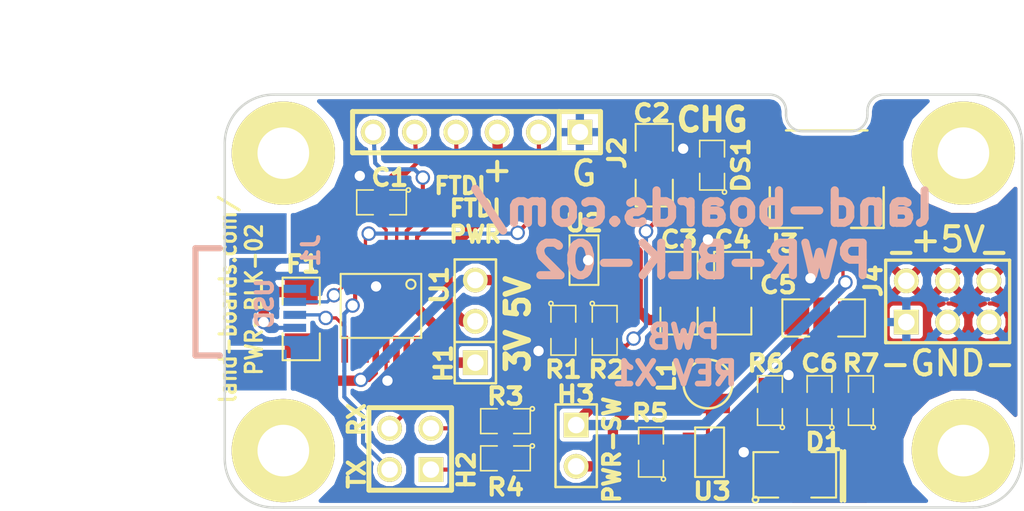
<source format=kicad_pcb>
(kicad_pcb (version 3) (host pcbnew "(2013-07-07 BZR 4022)-stable")

  (general
    (links 60)
    (no_connects 0)
    (area 80.941667 64.37646 145.9864 96.8845)
    (thickness 1.6)
    (drawings 39)
    (tracks 207)
    (zones 0)
    (modules 33)
    (nets 25)
  )

  (page A)
  (title_block 
    (title "One Wire Data Logger")
    (rev X1)
  )

  (layers
    (15 F.Cu signal)
    (0 B.Cu signal)
    (20 B.SilkS user)
    (21 F.SilkS user)
    (22 B.Mask user)
    (23 F.Mask user)
    (24 Dwgs.User user)
    (28 Edge.Cuts user)
  )

  (setup
    (last_trace_width 0.254)
    (user_trace_width 0.2032)
    (user_trace_width 0.635)
    (trace_clearance 0.254)
    (zone_clearance 0.2032)
    (zone_45_only no)
    (trace_min 0.1524)
    (segment_width 0.2)
    (edge_width 0.15)
    (via_size 0.889)
    (via_drill 0.635)
    (via_min_size 0.889)
    (via_min_drill 0.508)
    (uvia_size 0.508)
    (uvia_drill 0.127)
    (uvias_allowed no)
    (uvia_min_size 0.508)
    (uvia_min_drill 0.127)
    (pcb_text_width 0.3)
    (pcb_text_size 1 1)
    (mod_edge_width 0.15)
    (mod_text_size 1.143 1.016)
    (mod_text_width 0.254)
    (pad_size 6.35 6.35)
    (pad_drill 3.175)
    (pad_to_mask_clearance 0.1016)
    (aux_axis_origin 0 0)
    (visible_elements 7FFFFFBF)
    (pcbplotparams
      (layerselection 284196865)
      (usegerberextensions true)
      (excludeedgelayer true)
      (linewidth 0.150000)
      (plotframeref false)
      (viasonmask false)
      (mode 1)
      (useauxorigin false)
      (hpglpennumber 1)
      (hpglpenspeed 20)
      (hpglpendiameter 15)
      (hpglpenoverlay 2)
      (psnegative false)
      (psa4output false)
      (plotreference true)
      (plotvalue true)
      (plotothertext true)
      (plotinvisibletext false)
      (padsonsilk false)
      (subtractmaskfromsilk false)
      (outputformat 1)
      (mirror false)
      (drillshape 0)
      (scaleselection 1)
      (outputdirectory plots/))
  )

  (net 0 "")
  (net 1 "/5V Power Supply/+5VOUT")
  (net 2 "/5V Power Supply/3.7V")
  (net 3 /FTDI/+3.3V)
  (net 4 /FTDI/CTS)
  (net 5 /FTDI/DM)
  (net 6 /FTDI/DP)
  (net 7 /FTDI/PUP0)
  (net 8 /FTDI/PUP1)
  (net 9 /FTDI/RTS)
  (net 10 /FTDI/RX)
  (net 11 /FTDI/RXLED*)
  (net 12 /FTDI/TX)
  (net 13 /FTDI/TXLED*)
  (net 14 /FTDI/VCC)
  (net 15 /FTDI/VUSB)
  (net 16 "/LiPo Battery Charger/VB-3.7")
  (net 17 GND)
  (net 18 N-0000013)
  (net 19 N-0000014)
  (net 20 N-0000015)
  (net 21 N-0000016)
  (net 22 N-0000017)
  (net 23 N-0000018)
  (net 24 N-0000019)

  (net_class Default "This is the default net class."
    (clearance 0.254)
    (trace_width 0.254)
    (via_dia 0.889)
    (via_drill 0.635)
    (uvia_dia 0.508)
    (uvia_drill 0.127)
    (add_net "")
    (add_net "/5V Power Supply/+5VOUT")
    (add_net "/5V Power Supply/3.7V")
    (add_net /FTDI/+3.3V)
    (add_net /FTDI/CTS)
    (add_net /FTDI/DM)
    (add_net /FTDI/DP)
    (add_net /FTDI/PUP0)
    (add_net /FTDI/PUP1)
    (add_net /FTDI/RTS)
    (add_net /FTDI/RX)
    (add_net /FTDI/RXLED*)
    (add_net /FTDI/TX)
    (add_net /FTDI/TXLED*)
    (add_net /FTDI/VCC)
    (add_net /FTDI/VUSB)
    (add_net "/LiPo Battery Charger/VB-3.7")
    (add_net GND)
    (add_net N-0000013)
    (add_net N-0000014)
    (add_net N-0000015)
    (add_net N-0000016)
    (add_net N-0000017)
    (add_net N-0000018)
    (add_net N-0000019)
  )

  (module SM0805 (layer F.Cu) (tedit 54A9659B) (tstamp 517C76B7)
    (at 118.35 84.502 270)
    (path /517C5D95/540C7F0B)
    (attr smd)
    (fp_text reference R2 (at 2.413 -0.127 360) (layer F.SilkS)
      (effects (font (size 1.016 1.143) (thickness 0.254)))
    )
    (fp_text value 470 (at 0 0.381 270) (layer F.SilkS) hide
      (effects (font (size 0.50038 0.50038) (thickness 0.10922)))
    )
    (fp_circle (center -1.651 0.762) (end -1.651 0.635) (layer F.SilkS) (width 0.09906))
    (fp_line (start -0.508 0.762) (end -1.524 0.762) (layer F.SilkS) (width 0.09906))
    (fp_line (start -1.524 0.762) (end -1.524 -0.762) (layer F.SilkS) (width 0.09906))
    (fp_line (start -1.524 -0.762) (end -0.508 -0.762) (layer F.SilkS) (width 0.09906))
    (fp_line (start 0.508 -0.762) (end 1.524 -0.762) (layer F.SilkS) (width 0.09906))
    (fp_line (start 1.524 -0.762) (end 1.524 0.762) (layer F.SilkS) (width 0.09906))
    (fp_line (start 1.524 0.762) (end 0.508 0.762) (layer F.SilkS) (width 0.09906))
    (pad 1 smd rect (at -0.9525 0 270) (size 0.889 1.397)
      (layers F.Cu F.Mask)
      (net 18 N-0000013)
    )
    (pad 2 smd rect (at 0.9525 0 270) (size 0.889 1.397)
      (layers F.Cu F.Mask)
      (net 19 N-0000014)
    )
    (model smd/chip_cms.wrl
      (at (xyz 0 0 0))
      (scale (xyz 0.1 0.1 0.1))
      (rotate (xyz 0 0 0))
    )
  )

  (module SM0805 (layer F.Cu) (tedit 54A96596) (tstamp 517D30A1)
    (at 115.81 84.502 270)
    (path /517C5D95/517C6174)
    (attr smd)
    (fp_text reference R1 (at 2.413 0 360) (layer F.SilkS)
      (effects (font (size 1.016 1.143) (thickness 0.254)))
    )
    (fp_text value 2.2K (at 0 0.381 270) (layer F.SilkS) hide
      (effects (font (size 0.50038 0.50038) (thickness 0.10922)))
    )
    (fp_circle (center -1.651 0.762) (end -1.651 0.635) (layer F.SilkS) (width 0.09906))
    (fp_line (start -0.508 0.762) (end -1.524 0.762) (layer F.SilkS) (width 0.09906))
    (fp_line (start -1.524 0.762) (end -1.524 -0.762) (layer F.SilkS) (width 0.09906))
    (fp_line (start -1.524 -0.762) (end -0.508 -0.762) (layer F.SilkS) (width 0.09906))
    (fp_line (start 0.508 -0.762) (end 1.524 -0.762) (layer F.SilkS) (width 0.09906))
    (fp_line (start 1.524 -0.762) (end 1.524 0.762) (layer F.SilkS) (width 0.09906))
    (fp_line (start 1.524 0.762) (end 0.508 0.762) (layer F.SilkS) (width 0.09906))
    (pad 1 smd rect (at -0.9525 0 270) (size 0.889 1.397)
      (layers F.Cu F.Mask)
      (net 20 N-0000015)
    )
    (pad 2 smd rect (at 0.9525 0 270) (size 0.889 1.397)
      (layers F.Cu F.Mask)
      (net 17 GND)
    )
    (model smd/chip_cms.wrl
      (at (xyz 0 0 0))
      (scale (xyz 0.1 0.1 0.1))
      (rotate (xyz 0 0 0))
    )
  )

  (module USB-B-MINI (layer B.Cu) (tedit 54A959D3) (tstamp 517C772D)
    (at 93.2 82.75 90)
    (descr "USB, MINI, B")
    (tags USB-B-MINI)
    (path /53C9C2FF/4FF311FD)
    (fp_text reference J1 (at 3.163 7.088 90) (layer B.SilkS)
      (effects (font (size 1.016 1.143) (thickness 0.254)) (justify mirror))
    )
    (fp_text value USB-B (at 0.39878 -1.50114 90) (layer B.SilkS) hide
      (effects (font (size 1.524 1.524) (thickness 0.3048)) (justify mirror))
    )
    (fp_line (start -3.29946 0) (end -3.29946 1.50114) (layer B.SilkS) (width 0.381))
    (fp_line (start 3.29946 0) (end 3.29946 1.50114) (layer B.SilkS) (width 0.381))
    (fp_line (start -3.29946 0) (end 3.29946 0) (layer B.SilkS) (width 0.381))
    (pad G2 smd rect (at 4.20116 3.70078 90) (size 2.49936 3.79984)
      (layers B.Cu B.Mask)
    )
    (pad G1 smd rect (at -4.20116 3.70078 90) (size 2.49936 3.79984)
      (layers B.Cu B.Mask)
    )
    (pad 4 smd rect (at 1.6002 6.10108 90) (size 0.50038 1.39954)
      (layers B.Cu B.Mask)
      (net 17 GND)
    )
    (pad NC smd rect (at 0.8001 6.10108 90) (size 0.50038 1.39954)
      (layers B.Cu B.Mask)
    )
    (pad 1 smd rect (at -1.6002 6.10108 90) (size 0.50038 1.39954)
      (layers B.Cu B.Mask)
      (net 24 N-0000019)
    )
    (pad 2 smd rect (at -0.8001 6.10108 90) (size 0.50038 1.39954)
      (layers B.Cu B.Mask)
      (net 5 /FTDI/DM)
    )
    (pad 3 smd rect (at 0 6.10108 90) (size 0.50038 1.39954)
      (layers B.Cu B.Mask)
      (net 6 /FTDI/DP)
    )
  )

  (module SOD-123 (layer F.Cu) (tedit 54A94AB9) (tstamp 53CC0386)
    (at 130.034 93.392)
    (tags "CMS SM")
    (path /517C5DAF/517C7D22)
    (attr smd)
    (fp_text reference D1 (at 1.778 -2.032) (layer F.SilkS)
      (effects (font (size 1.016 1.143) (thickness 0.254)))
    )
    (fp_text value MBR0520LT1G (at 0.127 2.159) (layer F.SilkS) hide
      (effects (font (size 0.762 0.762) (thickness 0.127)))
    )
    (fp_circle (center -2.413 1.524) (end -2.286 1.397) (layer F.SilkS) (width 0.127))
    (fp_line (start -1.016 -1.397) (end -2.54 -1.397) (layer F.SilkS) (width 0.127))
    (fp_line (start -2.54 -1.397) (end -2.54 1.397) (layer F.SilkS) (width 0.127))
    (fp_line (start -2.54 1.397) (end -1.016 1.397) (layer F.SilkS) (width 0.127))
    (fp_line (start 1.016 1.397) (end 2.54 1.397) (layer F.SilkS) (width 0.127))
    (fp_line (start 2.54 1.397) (end 2.54 -1.397) (layer F.SilkS) (width 0.127))
    (fp_line (start 2.54 -1.397) (end 1.016 -1.397) (layer F.SilkS) (width 0.127))
    (pad 1 smd rect (at -1.63576 0) (size 0.90932 1.2192)
      (layers F.Cu F.Mask)
      (net 23 N-0000018)
    )
    (pad 2 smd rect (at 1.63576 0) (size 0.90932 1.2192)
      (layers F.Cu F.Mask)
      (net 1 "/5V Power Supply/+5VOUT")
    )
    (model smd/chip_cms.wrl
      (at (xyz 0 0 0))
      (scale (xyz 0.17 0.2 0.17))
      (rotate (xyz 0 0 0))
    )
  )

  (module SM0805 (layer F.Cu) (tedit 54A95C2D) (tstamp 517C7F7B)
    (at 121.2 92 90)
    (path /517C5DAF/517C78A7)
    (attr smd)
    (fp_text reference R5 (at 2.418 -0.056 180) (layer F.SilkS)
      (effects (font (size 1.016 1.143) (thickness 0.254)))
    )
    (fp_text value 1M (at 0 0.381 90) (layer F.SilkS) hide
      (effects (font (size 0.50038 0.50038) (thickness 0.10922)))
    )
    (fp_circle (center -1.651 0.762) (end -1.651 0.635) (layer F.SilkS) (width 0.09906))
    (fp_line (start -0.508 0.762) (end -1.524 0.762) (layer F.SilkS) (width 0.09906))
    (fp_line (start -1.524 0.762) (end -1.524 -0.762) (layer F.SilkS) (width 0.09906))
    (fp_line (start -1.524 -0.762) (end -0.508 -0.762) (layer F.SilkS) (width 0.09906))
    (fp_line (start 0.508 -0.762) (end 1.524 -0.762) (layer F.SilkS) (width 0.09906))
    (fp_line (start 1.524 -0.762) (end 1.524 0.762) (layer F.SilkS) (width 0.09906))
    (fp_line (start 1.524 0.762) (end 0.508 0.762) (layer F.SilkS) (width 0.09906))
    (pad 1 smd rect (at -0.9525 0 90) (size 0.889 1.397)
      (layers F.Cu F.Mask)
      (net 2 "/5V Power Supply/3.7V")
    )
    (pad 2 smd rect (at 0.9525 0 90) (size 0.889 1.397)
      (layers F.Cu F.Mask)
      (net 22 N-0000017)
    )
    (model smd/chip_cms.wrl
      (at (xyz 0 0 0))
      (scale (xyz 0.1 0.1 0.1))
      (rotate (xyz 0 0 0))
    )
  )

  (module SM0805 (layer F.Cu) (tedit 54A95C0C) (tstamp 518D1FF5)
    (at 112.254 90.09 180)
    (path /53C9C2FF/4FF314D2)
    (attr smd)
    (fp_text reference R3 (at 0 1.524 180) (layer F.SilkS)
      (effects (font (size 1.016 1.143) (thickness 0.254)))
    )
    (fp_text value 270 (at 0 0.381 180) (layer F.SilkS) hide
      (effects (font (size 0.50038 0.50038) (thickness 0.10922)))
    )
    (fp_circle (center -1.651 0.762) (end -1.651 0.635) (layer F.SilkS) (width 0.09906))
    (fp_line (start -0.508 0.762) (end -1.524 0.762) (layer F.SilkS) (width 0.09906))
    (fp_line (start -1.524 0.762) (end -1.524 -0.762) (layer F.SilkS) (width 0.09906))
    (fp_line (start -1.524 -0.762) (end -0.508 -0.762) (layer F.SilkS) (width 0.09906))
    (fp_line (start 0.508 -0.762) (end 1.524 -0.762) (layer F.SilkS) (width 0.09906))
    (fp_line (start 1.524 -0.762) (end 1.524 0.762) (layer F.SilkS) (width 0.09906))
    (fp_line (start 1.524 0.762) (end 0.508 0.762) (layer F.SilkS) (width 0.09906))
    (pad 1 smd rect (at -0.9525 0 180) (size 0.889 1.397)
      (layers F.Cu F.Mask)
      (net 15 /FTDI/VUSB)
    )
    (pad 2 smd rect (at 0.9525 0 180) (size 0.889 1.397)
      (layers F.Cu F.Mask)
      (net 8 /FTDI/PUP1)
    )
    (model smd/chip_cms.wrl
      (at (xyz 0 0 0))
      (scale (xyz 0.1 0.1 0.1))
      (rotate (xyz 0 0 0))
    )
  )

  (module SM0805 (layer F.Cu) (tedit 54A9616A) (tstamp 517FF69C)
    (at 134.098 88.82 90)
    (path /517C5DAF/517C7E37)
    (attr smd)
    (fp_text reference R7 (at 2.286 0 180) (layer F.SilkS)
      (effects (font (size 1.016 1.143) (thickness 0.254)))
    )
    (fp_text value 3.09K (at 0 0.381 90) (layer F.SilkS) hide
      (effects (font (size 0.50038 0.50038) (thickness 0.10922)))
    )
    (fp_circle (center -1.651 0.762) (end -1.651 0.635) (layer F.SilkS) (width 0.09906))
    (fp_line (start -0.508 0.762) (end -1.524 0.762) (layer F.SilkS) (width 0.09906))
    (fp_line (start -1.524 0.762) (end -1.524 -0.762) (layer F.SilkS) (width 0.09906))
    (fp_line (start -1.524 -0.762) (end -0.508 -0.762) (layer F.SilkS) (width 0.09906))
    (fp_line (start 0.508 -0.762) (end 1.524 -0.762) (layer F.SilkS) (width 0.09906))
    (fp_line (start 1.524 -0.762) (end 1.524 0.762) (layer F.SilkS) (width 0.09906))
    (fp_line (start 1.524 0.762) (end 0.508 0.762) (layer F.SilkS) (width 0.09906))
    (pad 1 smd rect (at -0.9525 0 90) (size 0.889 1.397)
      (layers F.Cu F.Mask)
      (net 21 N-0000016)
    )
    (pad 2 smd rect (at 0.9525 0 90) (size 0.889 1.397)
      (layers F.Cu F.Mask)
      (net 1 "/5V Power Supply/+5VOUT")
    )
    (model smd/chip_cms.wrl
      (at (xyz 0 0 0))
      (scale (xyz 0.1 0.1 0.1))
      (rotate (xyz 0 0 0))
    )
  )

  (module SM0805 (layer F.Cu) (tedit 54A96172) (tstamp 51804B98)
    (at 128.51 88.82 90)
    (path /517C5DAF/517C7E46)
    (attr smd)
    (fp_text reference R6 (at 2.286 -0.254 180) (layer F.SilkS)
      (effects (font (size 1.016 1.143) (thickness 0.254)))
    )
    (fp_text value 1K (at 0 0.381 90) (layer F.SilkS) hide
      (effects (font (size 0.50038 0.50038) (thickness 0.10922)))
    )
    (fp_circle (center -1.651 0.762) (end -1.651 0.635) (layer F.SilkS) (width 0.09906))
    (fp_line (start -0.508 0.762) (end -1.524 0.762) (layer F.SilkS) (width 0.09906))
    (fp_line (start -1.524 0.762) (end -1.524 -0.762) (layer F.SilkS) (width 0.09906))
    (fp_line (start -1.524 -0.762) (end -0.508 -0.762) (layer F.SilkS) (width 0.09906))
    (fp_line (start 0.508 -0.762) (end 1.524 -0.762) (layer F.SilkS) (width 0.09906))
    (fp_line (start 1.524 -0.762) (end 1.524 0.762) (layer F.SilkS) (width 0.09906))
    (fp_line (start 1.524 0.762) (end 0.508 0.762) (layer F.SilkS) (width 0.09906))
    (pad 1 smd rect (at -0.9525 0 90) (size 0.889 1.397)
      (layers F.Cu F.Mask)
      (net 21 N-0000016)
    )
    (pad 2 smd rect (at 0.9525 0 90) (size 0.889 1.397)
      (layers F.Cu F.Mask)
      (net 17 GND)
    )
    (model smd/chip_cms.wrl
      (at (xyz 0 0 0))
      (scale (xyz 0.1 0.1 0.1))
      (rotate (xyz 0 0 0))
    )
  )

  (module FIDUCIAL (layer F.Cu) (tedit 518BF783) (tstamp 53CC1817)
    (at 135.368 93.646)
    (path /518D21B8)
    (fp_text reference FID1 (at 0 2.3495) (layer F.SilkS) hide
      (effects (font (size 1.016 1.143) (thickness 0.254)))
    )
    (fp_text value CONN_1 (at 0.127 -2.794) (layer F.SilkS) hide
      (effects (font (size 1.016 1.016) (thickness 0.2032)))
    )
    (pad 1 smd circle (at 0 0) (size 1 1)
      (layers F.Cu F.Mask)
      (solder_mask_margin 1)
      (clearance 1)
    )
  )

  (module FIDUCIAL (layer F.Cu) (tedit 518BF783) (tstamp 518D1DC2)
    (at 100.951 78.279)
    (path /518D20E3)
    (fp_text reference FID2 (at 0 2.3495) (layer F.SilkS) hide
      (effects (font (size 1.016 1.143) (thickness 0.254)))
    )
    (fp_text value CONN_1 (at 0.127 -2.794) (layer F.SilkS) hide
      (effects (font (size 1.016 1.016) (thickness 0.2032)))
    )
    (pad 1 smd circle (at 0 0) (size 1 1)
      (layers F.Cu F.Mask)
      (solder_mask_margin 1)
      (clearance 1)
    )
  )

  (module PIN_ARRAY_3X1 (layer F.Cu) (tedit 54A947C0) (tstamp 53C9BCB4)
    (at 110.4 83.95 90)
    (descr "Connecteur 3 pins")
    (tags "CONN DEV")
    (path /53C9C2FF/4FF31320)
    (fp_text reference H1 (at -2.584 -1.956 90) (layer F.SilkS)
      (effects (font (size 1.016 1.143) (thickness 0.254)))
    )
    (fp_text value CONN_3 (at 0 -2.159 90) (layer F.SilkS) hide
      (effects (font (size 1.016 1.016) (thickness 0.1524)))
    )
    (fp_line (start -3.81 1.27) (end -3.81 -1.27) (layer F.SilkS) (width 0.1524))
    (fp_line (start -3.81 -1.27) (end 3.81 -1.27) (layer F.SilkS) (width 0.1524))
    (fp_line (start 3.81 -1.27) (end 3.81 1.27) (layer F.SilkS) (width 0.1524))
    (fp_line (start 3.81 1.27) (end -3.81 1.27) (layer F.SilkS) (width 0.1524))
    (fp_line (start -1.27 -1.27) (end -1.27 1.27) (layer F.SilkS) (width 0.1524))
    (pad 1 thru_hole rect (at -2.54 0 90) (size 1.524 1.524) (drill 1.016)
      (layers *.Cu *.Mask F.SilkS)
      (net 3 /FTDI/+3.3V)
    )
    (pad 2 thru_hole circle (at 0 0 90) (size 1.524 1.524) (drill 1.016)
      (layers *.Cu *.Mask F.SilkS)
      (net 14 /FTDI/VCC)
    )
    (pad 3 thru_hole circle (at 2.54 0 90) (size 1.524 1.524) (drill 1.016)
      (layers *.Cu *.Mask F.SilkS)
      (net 15 /FTDI/VUSB)
    )
    (model pin_array/pins_array_3x1.wrl
      (at (xyz 0 0 0))
      (scale (xyz 1 1 1))
      (rotate (xyz 0 0 0))
    )
  )

  (module PIN_ARRAY_2X2 (layer F.Cu) (tedit 540CBC0A) (tstamp 53C9BCC0)
    (at 106.4 91.8 90)
    (descr "Double rangee de contacts 2 x 2 pins")
    (tags CONN)
    (path /53C9C2FF/5245770A)
    (fp_text reference H2 (at -1.3 3.45 90) (layer F.SilkS)
      (effects (font (size 1.016 1.143) (thickness 0.254)))
    )
    (fp_text value CONN_2X2 (at 0 3.048 90) (layer F.SilkS) hide
      (effects (font (size 1.016 1.016) (thickness 0.2032)))
    )
    (fp_line (start -2.54 -2.54) (end 2.54 -2.54) (layer F.SilkS) (width 0.3048))
    (fp_line (start 2.54 -2.54) (end 2.54 2.54) (layer F.SilkS) (width 0.3048))
    (fp_line (start 2.54 2.54) (end -2.54 2.54) (layer F.SilkS) (width 0.3048))
    (fp_line (start -2.54 2.54) (end -2.54 -2.54) (layer F.SilkS) (width 0.3048))
    (pad 1 thru_hole rect (at -1.27 1.27 90) (size 1.524 1.524) (drill 1.016)
      (layers *.Cu *.Mask F.SilkS)
      (net 7 /FTDI/PUP0)
    )
    (pad 2 thru_hole circle (at -1.27 -1.27 90) (size 1.524 1.524) (drill 1.016)
      (layers *.Cu *.Mask F.SilkS)
      (net 13 /FTDI/TXLED*)
    )
    (pad 3 thru_hole circle (at 1.27 1.27 90) (size 1.524 1.524) (drill 1.016)
      (layers *.Cu *.Mask F.SilkS)
      (net 8 /FTDI/PUP1)
    )
    (pad 4 thru_hole circle (at 1.27 -1.27 90) (size 1.524 1.524) (drill 1.016)
      (layers *.Cu *.Mask F.SilkS)
      (net 11 /FTDI/RXLED*)
    )
    (model pin_array/pins_array_2x2.wrl
      (at (xyz 0 0 0))
      (scale (xyz 1 1 1))
      (rotate (xyz 0 0 0))
    )
  )

  (module PIN_ARRAY-6X1 (layer F.Cu) (tedit 54A959AB) (tstamp 53C9BCD8)
    (at 110.476 72.31 180)
    (descr "Connecteur 6 pins")
    (tags "CONN DEV")
    (path /53C9C2FF/4FF312DA)
    (fp_text reference J2 (at -8.636 -1.27 270) (layer F.SilkS)
      (effects (font (size 1.016 1.143) (thickness 0.254)))
    )
    (fp_text value CONN_6 (at 0 2.159 180) (layer F.SilkS) hide
      (effects (font (size 1.016 0.889) (thickness 0.2032)))
    )
    (fp_line (start -7.62 1.27) (end -7.62 -1.27) (layer F.SilkS) (width 0.3048))
    (fp_line (start -7.62 -1.27) (end 7.62 -1.27) (layer F.SilkS) (width 0.3048))
    (fp_line (start 7.62 -1.27) (end 7.62 1.27) (layer F.SilkS) (width 0.3048))
    (fp_line (start 7.62 1.27) (end -7.62 1.27) (layer F.SilkS) (width 0.3048))
    (fp_line (start -5.08 1.27) (end -5.08 -1.27) (layer F.SilkS) (width 0.3048))
    (pad 1 thru_hole rect (at -6.35 0 180) (size 1.524 1.524) (drill 1.016)
      (layers *.Cu *.Mask F.SilkS)
      (net 17 GND)
    )
    (pad 2 thru_hole circle (at -3.81 0 180) (size 1.524 1.524) (drill 1.016)
      (layers *.Cu *.Mask F.SilkS)
      (net 4 /FTDI/CTS)
    )
    (pad 3 thru_hole circle (at -1.27 0 180) (size 1.524 1.524) (drill 1.016)
      (layers *.Cu *.Mask F.SilkS)
      (net 14 /FTDI/VCC)
    )
    (pad 4 thru_hole circle (at 1.27 0 180) (size 1.524 1.524) (drill 1.016)
      (layers *.Cu *.Mask F.SilkS)
      (net 12 /FTDI/TX)
    )
    (pad 5 thru_hole circle (at 3.81 0 180) (size 1.524 1.524) (drill 1.016)
      (layers *.Cu *.Mask F.SilkS)
      (net 10 /FTDI/RX)
    )
    (pad 6 thru_hole circle (at 6.35 0 180) (size 1.524 1.524) (drill 1.016)
      (layers *.Cu *.Mask F.SilkS)
      (net 9 /FTDI/RTS)
    )
    (model pin_array/pins_array_6x1.wrl
      (at (xyz 0 0 0))
      (scale (xyz 1 1 1))
      (rotate (xyz 0 0 0))
    )
  )

  (module SM0805 (layer F.Cu) (tedit 54A957AF) (tstamp 517C7629)
    (at 104.634 76.628 180)
    (path /53C9C2FF/4FF31376)
    (attr smd)
    (fp_text reference C1 (at -0.508 1.524 180) (layer F.SilkS)
      (effects (font (size 1.016 1.143) (thickness 0.254)))
    )
    (fp_text value 0.1uF (at -0.1 1.5 180) (layer F.SilkS) hide
      (effects (font (size 0.50038 0.50038) (thickness 0.10922)))
    )
    (fp_circle (center -1.651 0.762) (end -1.651 0.635) (layer F.SilkS) (width 0.09906))
    (fp_line (start -0.508 0.762) (end -1.524 0.762) (layer F.SilkS) (width 0.09906))
    (fp_line (start -1.524 0.762) (end -1.524 -0.762) (layer F.SilkS) (width 0.09906))
    (fp_line (start -1.524 -0.762) (end -0.508 -0.762) (layer F.SilkS) (width 0.09906))
    (fp_line (start 0.508 -0.762) (end 1.524 -0.762) (layer F.SilkS) (width 0.09906))
    (fp_line (start 1.524 -0.762) (end 1.524 0.762) (layer F.SilkS) (width 0.09906))
    (fp_line (start 1.524 0.762) (end 0.508 0.762) (layer F.SilkS) (width 0.09906))
    (pad 1 smd rect (at -0.9525 0 180) (size 0.889 1.397)
      (layers F.Cu F.Mask)
      (net 3 /FTDI/+3.3V)
    )
    (pad 2 smd rect (at 0.9525 0 180) (size 0.889 1.397)
      (layers F.Cu F.Mask)
      (net 17 GND)
    )
    (model smd/chip_cms.wrl
      (at (xyz 0 0 0))
      (scale (xyz 0.1 0.1 0.1))
      (rotate (xyz 0 0 0))
    )
  )

  (module SM0805 (layer F.Cu) (tedit 54A96166) (tstamp 517C7643)
    (at 131.558 88.82 90)
    (path /517C5DAF/517C7F11)
    (attr smd)
    (fp_text reference C6 (at 2.286 0 180) (layer F.SilkS)
      (effects (font (size 1.016 1.143) (thickness 0.254)))
    )
    (fp_text value 680pF (at 0 1.4 90) (layer F.SilkS) hide
      (effects (font (size 0.50038 0.50038) (thickness 0.10922)))
    )
    (fp_circle (center -1.651 0.762) (end -1.651 0.635) (layer F.SilkS) (width 0.09906))
    (fp_line (start -0.508 0.762) (end -1.524 0.762) (layer F.SilkS) (width 0.09906))
    (fp_line (start -1.524 0.762) (end -1.524 -0.762) (layer F.SilkS) (width 0.09906))
    (fp_line (start -1.524 -0.762) (end -0.508 -0.762) (layer F.SilkS) (width 0.09906))
    (fp_line (start 0.508 -0.762) (end 1.524 -0.762) (layer F.SilkS) (width 0.09906))
    (fp_line (start 1.524 -0.762) (end 1.524 0.762) (layer F.SilkS) (width 0.09906))
    (fp_line (start 1.524 0.762) (end 0.508 0.762) (layer F.SilkS) (width 0.09906))
    (pad 1 smd rect (at -0.9525 0 90) (size 0.889 1.397)
      (layers F.Cu F.Mask)
      (net 21 N-0000016)
    )
    (pad 2 smd rect (at 0.9525 0 90) (size 0.889 1.397)
      (layers F.Cu F.Mask)
      (net 1 "/5V Power Supply/+5VOUT")
    )
    (model smd/chip_cms.wrl
      (at (xyz 0 0 0))
      (scale (xyz 0.1 0.1 0.1))
      (rotate (xyz 0 0 0))
    )
  )

  (module SM0805 (layer F.Cu) (tedit 54A95C5E) (tstamp 517FF6A6)
    (at 112.254 92.376 180)
    (path /53C9C2FF/4FF314CB)
    (attr smd)
    (fp_text reference R4 (at 0 -1.778 180) (layer F.SilkS)
      (effects (font (size 1.016 1.143) (thickness 0.254)))
    )
    (fp_text value 270 (at -0.031 -1.649 180) (layer F.SilkS) hide
      (effects (font (size 0.50038 0.50038) (thickness 0.10922)))
    )
    (fp_circle (center -1.651 0.762) (end -1.651 0.635) (layer F.SilkS) (width 0.09906))
    (fp_line (start -0.508 0.762) (end -1.524 0.762) (layer F.SilkS) (width 0.09906))
    (fp_line (start -1.524 0.762) (end -1.524 -0.762) (layer F.SilkS) (width 0.09906))
    (fp_line (start -1.524 -0.762) (end -0.508 -0.762) (layer F.SilkS) (width 0.09906))
    (fp_line (start 0.508 -0.762) (end 1.524 -0.762) (layer F.SilkS) (width 0.09906))
    (fp_line (start 1.524 -0.762) (end 1.524 0.762) (layer F.SilkS) (width 0.09906))
    (fp_line (start 1.524 0.762) (end 0.508 0.762) (layer F.SilkS) (width 0.09906))
    (pad 1 smd rect (at -0.9525 0 180) (size 0.889 1.397)
      (layers F.Cu F.Mask)
      (net 15 /FTDI/VUSB)
    )
    (pad 2 smd rect (at 0.9525 0 180) (size 0.889 1.397)
      (layers F.Cu F.Mask)
      (net 7 /FTDI/PUP0)
    )
    (model smd/chip_cms.wrl
      (at (xyz 0 0 0))
      (scale (xyz 0.1 0.1 0.1))
      (rotate (xyz 0 0 0))
    )
  )

  (module SOT23-5 (layer F.Cu) (tedit 54A95587) (tstamp 517EB80B)
    (at 124.8 92 90)
    (path /517C5DAF/517C7898)
    (attr smd)
    (fp_text reference U3 (at -2.408 0.154 180) (layer F.SilkS)
      (effects (font (size 1.016 1.143) (thickness 0.254)))
    )
    (fp_text value LMR62014 (at 0 0 90) (layer F.SilkS) hide
      (effects (font (size 0.635 0.635) (thickness 0.127)))
    )
    (fp_line (start 1.524 -0.889) (end 1.524 0.889) (layer F.SilkS) (width 0.127))
    (fp_line (start 1.524 0.889) (end -1.524 0.889) (layer F.SilkS) (width 0.127))
    (fp_line (start -1.524 0.889) (end -1.524 -0.889) (layer F.SilkS) (width 0.127))
    (fp_line (start -1.524 -0.889) (end 1.524 -0.889) (layer F.SilkS) (width 0.127))
    (pad 1 smd rect (at -0.9525 1.27 90) (size 0.508 0.762)
      (layers F.Cu F.Mask)
      (net 23 N-0000018)
    )
    (pad 3 smd rect (at 0.9525 1.27 90) (size 0.508 0.762)
      (layers F.Cu F.Mask)
      (net 21 N-0000016)
    )
    (pad 5 smd rect (at -0.9525 -1.27 90) (size 0.508 0.762)
      (layers F.Cu F.Mask)
      (net 2 "/5V Power Supply/3.7V")
    )
    (pad 2 smd rect (at 0 1.27 90) (size 0.508 0.762)
      (layers F.Cu F.Mask)
      (net 17 GND)
    )
    (pad 4 smd rect (at 0.9525 -1.27 90) (size 0.508 0.762)
      (layers F.Cu F.Mask)
      (net 22 N-0000017)
    )
    (model smd/SOT23_5.wrl
      (at (xyz 0 0 0))
      (scale (xyz 0.1 0.1 0.1))
      (rotate (xyz 0 0 0))
    )
  )

  (module ssop-16 (layer F.Cu) (tedit 54A955D8) (tstamp 517C76E4)
    (at 104.6 83 180)
    (descr SSOP-16)
    (path /53C9C2FF/525C3657)
    (clearance 0.127)
    (fp_text reference U1 (at -3.59 1.292 270) (layer F.SilkS)
      (effects (font (size 1.016 1.143) (thickness 0.254)))
    )
    (fp_text value FT230XS (at 0 -1.143 270) (layer F.SilkS) hide
      (effects (font (size 0.50038 0.50038) (thickness 0.09906)))
    )
    (fp_line (start -2.4765 1.9685) (end 2.4765 1.9685) (layer F.SilkS) (width 0.127))
    (fp_line (start 2.4765 1.9685) (end 2.4765 -1.9685) (layer F.SilkS) (width 0.127))
    (fp_line (start 2.4765 -1.9685) (end -2.4765 -1.9685) (layer F.SilkS) (width 0.127))
    (fp_line (start -2.4765 -1.9685) (end -2.4765 1.9685) (layer F.SilkS) (width 0.127))
    (fp_circle (center -1.8415 1.3335) (end -1.9685 1.5875) (layer F.SilkS) (width 0.127))
    (pad 4 smd rect (at -0.3175 2.667 180) (size 0.4064 1.651)
      (layers F.Cu F.Mask)
      (net 10 /FTDI/RX)
    )
    (pad 5 smd rect (at 0.3175 2.667 180) (size 0.4064 1.651)
      (layers F.Cu F.Mask)
      (net 17 GND)
    )
    (pad 6 smd rect (at 0.9525 2.667 180) (size 0.4064 1.651)
      (layers F.Cu F.Mask)
      (net 4 /FTDI/CTS)
    )
    (pad 7 smd rect (at 1.5875 2.667 180) (size 0.4064 1.651)
      (layers F.Cu F.Mask)
      (net 13 /FTDI/TXLED*)
    )
    (pad 16 smd rect (at -2.2225 -2.667 180) (size 0.4064 1.651)
      (layers F.Cu F.Mask)
    )
    (pad 1 smd rect (at -2.2225 2.667 180) (size 0.4064 1.651)
      (layers F.Cu F.Mask)
      (net 12 /FTDI/TX)
    )
    (pad 2 smd rect (at -1.5875 2.667 180) (size 0.4064 1.651)
      (layers F.Cu F.Mask)
      (net 9 /FTDI/RTS)
    )
    (pad 3 smd rect (at -0.9525 2.667 180) (size 0.4064 1.651)
      (layers F.Cu F.Mask)
      (net 3 /FTDI/+3.3V)
    )
    (pad 9 smd rect (at 2.2225 -2.667 180) (size 0.4064 1.651)
      (layers F.Cu F.Mask)
      (net 5 /FTDI/DM)
    )
    (pad 10 smd rect (at 1.5875 -2.667 180) (size 0.4064 1.651)
      (layers F.Cu F.Mask)
      (net 3 /FTDI/+3.3V)
    )
    (pad 11 smd rect (at 0.9525 -2.667 180) (size 0.4064 1.651)
      (layers F.Cu F.Mask)
    )
    (pad 12 smd rect (at 0.3175 -2.667 180) (size 0.4064 1.651)
      (layers F.Cu F.Mask)
      (net 15 /FTDI/VUSB)
    )
    (pad 13 smd rect (at -0.3175 -2.667 180) (size 0.4064 1.651)
      (layers F.Cu F.Mask)
      (net 17 GND)
    )
    (pad 14 smd rect (at -0.9525 -2.667 180) (size 0.4064 1.651)
      (layers F.Cu F.Mask)
      (net 11 /FTDI/RXLED*)
    )
    (pad 8 smd rect (at 2.2225 2.667 180) (size 0.4064 1.651)
      (layers F.Cu F.Mask)
      (net 6 /FTDI/DP)
    )
    (pad 15 smd rect (at -1.5875 -2.667 180) (size 0.4064 1.651)
      (layers F.Cu F.Mask)
    )
    (model smd/smd_dil/ssop-16.wrl
      (at (xyz 0 0 0))
      (scale (xyz 1 1 1))
      (rotate (xyz 0 0 0))
    )
  )

  (module IND-3MM (layer F.Cu) (tedit 54A9617B) (tstamp 517C7B1E)
    (at 124.7 87.804 270)
    (path /517C5DAF/517C78F4)
    (fp_text reference L1 (at -0.508 2.54 270) (layer F.SilkS)
      (effects (font (size 1.016 1.143) (thickness 0.254)))
    )
    (fp_text value 10uH (at 0.24892 -4.50088 270) (layer F.SilkS) hide
      (effects (font (size 1.524 1.524) (thickness 0.3048)))
    )
    (fp_circle (center 0 0) (end 1.5 0) (layer F.SilkS) (width 0.15))
    (pad 1 smd rect (at -1.2 0 270) (size 1.2 2.7)
      (layers F.Cu F.Mask)
      (net 2 "/5V Power Supply/3.7V")
    )
    (pad 2 smd rect (at 1.2 0 270) (size 1.2 2.7)
      (layers F.Cu F.Mask)
      (net 23 N-0000018)
    )
  )

  (module JST-2-SMT (layer F.Cu) (tedit 54A95986) (tstamp 53EB955C)
    (at 132 76.2)
    (path /517C5D95/517C6133)
    (clearance 0.1524)
    (attr smd)
    (fp_text reference J3 (at -2.728 2.968) (layer F.SilkS)
      (effects (font (size 1.016 1.143) (thickness 0.254)))
    )
    (fp_text value JST_2 (at 0 6) (layer F.SilkS) hide
      (effects (font (size 1.27 1.27) (thickness 0.0889)))
    )
    (fp_line (start 1.5 2) (end 3.5 2) (layer F.SilkS) (width 0.15))
    (fp_line (start 3.5 2) (end 3.5 -0.5) (layer F.SilkS) (width 0.15))
    (fp_line (start -3.5 -0.5) (end -3.5 2) (layer F.SilkS) (width 0.15))
    (fp_line (start -3.5 2) (end -1.5 2) (layer F.SilkS) (width 0.15))
    (fp_line (start -2.5 -4) (end 2.5 -4) (layer F.SilkS) (width 0.15))
    (fp_text user "" (at -2.20218 5.3848) (layer B.SilkS)
      (effects (font (size 1.4224 1.4224) (thickness 0.0889)))
    )
    (fp_text user "" (at 2.98196 5.3848) (layer B.SilkS)
      (effects (font (size 1.4224 1.4224) (thickness 0.0889)))
    )
    (pad 1 smd rect (at -1 3) (size 1 3)
      (layers F.Cu F.Mask)
      (net 17 GND)
    )
    (pad 2 smd rect (at 1 3) (size 1 3)
      (layers F.Cu F.Mask)
      (net 16 "/LiPo Battery Charger/VB-3.7")
    )
    (pad NC1 smd rect (at -3.35 -2.5) (size 1.5 3.4)
      (layers F.Cu F.Mask)
    )
    (pad NC2 smd rect (at 3.35 -2.5) (size 1.5 3.4)
      (layers F.Cu F.Mask)
    )
  )

  (module SM1206 (layer F.Cu) (tedit 54A82A25) (tstamp 53EF8678)
    (at 99.7 83.8 270)
    (path /53C9C2FF/53EF87F2)
    (attr smd)
    (fp_text reference F1 (at -3.362 -0.108 360) (layer F.SilkS)
      (effects (font (size 1.016 1.143) (thickness 0.254)))
    )
    (fp_text value FUSE (at 0 0 270) (layer F.SilkS) hide
      (effects (font (size 0.762 0.762) (thickness 0.127)))
    )
    (fp_line (start -2.54 -1.143) (end -2.54 1.143) (layer F.SilkS) (width 0.127))
    (fp_line (start -2.54 1.143) (end -0.889 1.143) (layer F.SilkS) (width 0.127))
    (fp_line (start 0.889 -1.143) (end 2.54 -1.143) (layer F.SilkS) (width 0.127))
    (fp_line (start 2.54 -1.143) (end 2.54 1.143) (layer F.SilkS) (width 0.127))
    (fp_line (start 2.54 1.143) (end 0.889 1.143) (layer F.SilkS) (width 0.127))
    (fp_line (start -0.889 -1.143) (end -2.54 -1.143) (layer F.SilkS) (width 0.127))
    (pad 1 smd rect (at -1.651 0 270) (size 1.524 2.032)
      (layers F.Cu F.Mask)
      (net 24 N-0000019)
    )
    (pad 2 smd rect (at 1.651 0 270) (size 1.524 2.032)
      (layers F.Cu F.Mask)
      (net 15 /FTDI/VUSB)
    )
    (model smd/chip_cms.wrl
      (at (xyz 0 0 0))
      (scale (xyz 0.17 0.16 0.16))
      (rotate (xyz 0 0 0))
    )
  )

  (module SM1206 (layer F.Cu) (tedit 54A957E2) (tstamp 517C7683)
    (at 121.398 74.342 90)
    (path /53C9C2FF/4FF312AD)
    (attr smd)
    (fp_text reference C2 (at 3.2 -0.15 180) (layer F.SilkS)
      (effects (font (size 1.016 1.143) (thickness 0.254)))
    )
    (fp_text value 10uF (at 0 0 90) (layer F.SilkS) hide
      (effects (font (size 0.762 0.762) (thickness 0.127)))
    )
    (fp_line (start -2.54 -1.143) (end -2.54 1.143) (layer F.SilkS) (width 0.127))
    (fp_line (start -2.54 1.143) (end -0.889 1.143) (layer F.SilkS) (width 0.127))
    (fp_line (start 0.889 -1.143) (end 2.54 -1.143) (layer F.SilkS) (width 0.127))
    (fp_line (start 2.54 -1.143) (end 2.54 1.143) (layer F.SilkS) (width 0.127))
    (fp_line (start 2.54 1.143) (end 0.889 1.143) (layer F.SilkS) (width 0.127))
    (fp_line (start -0.889 -1.143) (end -2.54 -1.143) (layer F.SilkS) (width 0.127))
    (pad 1 smd rect (at -1.651 0 90) (size 1.524 2.032)
      (layers F.Cu F.Mask)
      (net 15 /FTDI/VUSB)
    )
    (pad 2 smd rect (at 1.651 0 90) (size 1.524 2.032)
      (layers F.Cu F.Mask)
      (net 17 GND)
    )
    (model smd/chip_cms.wrl
      (at (xyz 0 0 0))
      (scale (xyz 0.17 0.16 0.16))
      (rotate (xyz 0 0 0))
    )
  )

  (module MTG-4-40 (layer F.Cu) (tedit 540CB4BD) (tstamp 540CB231)
    (at 98.5 73.5)
    (path /51830500)
    (fp_text reference MTG1 (at -6.858 -0.635) (layer F.SilkS) hide
      (effects (font (size 1.016 1.143) (thickness 0.254)))
    )
    (fp_text value CONN_1 (at 0 -5.08) (layer F.SilkS) hide
      (effects (font (size 1.524 1.524) (thickness 0.3048)))
    )
    (pad 1 thru_hole circle (at 0.1 0.1) (size 6.35 6.35) (drill 3.175)
      (layers *.Cu *.Mask F.SilkS)
      (clearance 0.508)
    )
  )

  (module MTG-4-40 (layer F.Cu) (tedit 540CB4CF) (tstamp 517C7754)
    (at 98.6 91.8)
    (path /5183051E)
    (fp_text reference MTG3 (at -6.858 -0.635) (layer F.SilkS) hide
      (effects (font (size 1.016 1.143) (thickness 0.254)))
    )
    (fp_text value CONN_1 (at 0 -5.08) (layer F.SilkS) hide
      (effects (font (size 1.524 1.524) (thickness 0.3048)))
    )
    (pad 1 thru_hole circle (at 0 0.1) (size 6.35 6.35) (drill 3.175)
      (layers *.Cu *.Mask F.SilkS)
      (clearance 0.508)
    )
  )

  (module MTG-4-40 (layer F.Cu) (tedit 540CB535) (tstamp 53C9C386)
    (at 140.5 90)
    (path /5183050F)
    (fp_text reference MTG2 (at -6.858 -0.635) (layer F.SilkS) hide
      (effects (font (size 1.016 1.143) (thickness 0.254)))
    )
    (fp_text value CONN_1 (at 0 -5.08) (layer F.SilkS) hide
      (effects (font (size 1.524 1.524) (thickness 0.3048)))
    )
    (pad 1 thru_hole circle (at -0.1 1.9) (size 6.35 6.35) (drill 3.175)
      (layers *.Cu *.Mask F.SilkS)
      (clearance 0.508)
    )
  )

  (module MTG-4-40 (layer F.Cu) (tedit 540CB51F) (tstamp 53C9C38B)
    (at 140.5 73.5)
    (path /5183052D)
    (fp_text reference MTG4 (at -6.858 -0.635) (layer F.SilkS) hide
      (effects (font (size 1.016 1.143) (thickness 0.254)))
    )
    (fp_text value CONN_1 (at 0 -5.08) (layer F.SilkS) hide
      (effects (font (size 1.524 1.524) (thickness 0.3048)))
    )
    (pad 1 thru_hole circle (at -0.1 0.1) (size 6.35 6.35) (drill 3.175)
      (layers *.Cu *.Mask F.SilkS)
      (clearance 0.508)
    )
  )

  (module PIN_ARRAY_2X1 (layer F.Cu) (tedit 54A963A4) (tstamp 540CB63A)
    (at 116.6 91.6 270)
    (descr "Connecteurs 2 pins")
    (tags "CONN DEV")
    (path /540CB88A)
    (fp_text reference H3 (at -3.161 0.028 360) (layer F.SilkS)
      (effects (font (size 1.016 1.143) (thickness 0.254)))
    )
    (fp_text value CONN_2 (at 0 -1.905 270) (layer F.SilkS) hide
      (effects (font (size 0.762 0.762) (thickness 0.1524)))
    )
    (fp_line (start -2.54 1.27) (end -2.54 -1.27) (layer F.SilkS) (width 0.1524))
    (fp_line (start -2.54 -1.27) (end 2.54 -1.27) (layer F.SilkS) (width 0.1524))
    (fp_line (start 2.54 -1.27) (end 2.54 1.27) (layer F.SilkS) (width 0.1524))
    (fp_line (start 2.54 1.27) (end -2.54 1.27) (layer F.SilkS) (width 0.1524))
    (pad 1 thru_hole rect (at -1.27 0 270) (size 1.524 1.524) (drill 1.016)
      (layers *.Cu *.Mask F.SilkS)
      (net 16 "/LiPo Battery Charger/VB-3.7")
    )
    (pad 2 thru_hole circle (at 1.27 0 270) (size 1.524 1.524) (drill 1.016)
      (layers *.Cu *.Mask F.SilkS)
      (net 2 "/5V Power Supply/3.7V")
    )
    (model pin_array/pins_array_2x1.wrl
      (at (xyz 0 0 0))
      (scale (xyz 1 1 1))
      (rotate (xyz 0 0 0))
    )
  )

  (module SM0805 (layer F.Cu) (tedit 54A947FE) (tstamp 53BEC19C)
    (at 124.954 74.342 90)
    (path /517C5D95/54A6FD67)
    (attr smd)
    (fp_text reference DS1 (at 0 1.778 90) (layer F.SilkS)
      (effects (font (size 1.016 1.143) (thickness 0.254)))
    )
    (fp_text value LED (at -0.09 1.232 90) (layer F.SilkS) hide
      (effects (font (size 0.50038 0.50038) (thickness 0.10922)))
    )
    (fp_circle (center -1.651 0.762) (end -1.651 0.635) (layer F.SilkS) (width 0.09906))
    (fp_line (start -0.508 0.762) (end -1.524 0.762) (layer F.SilkS) (width 0.09906))
    (fp_line (start -1.524 0.762) (end -1.524 -0.762) (layer F.SilkS) (width 0.09906))
    (fp_line (start -1.524 -0.762) (end -0.508 -0.762) (layer F.SilkS) (width 0.09906))
    (fp_line (start 0.508 -0.762) (end 1.524 -0.762) (layer F.SilkS) (width 0.09906))
    (fp_line (start 1.524 -0.762) (end 1.524 0.762) (layer F.SilkS) (width 0.09906))
    (fp_line (start 1.524 0.762) (end 0.508 0.762) (layer F.SilkS) (width 0.09906))
    (pad 1 smd rect (at -0.9525 0 90) (size 0.889 1.397)
      (layers F.Cu F.Mask)
      (net 15 /FTDI/VUSB)
    )
    (pad 2 smd rect (at 0.9525 0 90) (size 0.889 1.397)
      (layers F.Cu F.Mask)
      (net 19 N-0000014)
    )
    (model smd/chip_cms.wrl
      (at (xyz 0 0 0))
      (scale (xyz 0.1 0.1 0.1))
      (rotate (xyz 0 0 0))
    )
  )

  (module SOT23-5 (layer F.Cu) (tedit 54A96157) (tstamp 53CC0B5B)
    (at 117.08 80.184 90)
    (path /517C5D95/54A6FD42)
    (attr smd)
    (fp_text reference U2 (at 2.286 0 180) (layer F.SilkS)
      (effects (font (size 1.016 1.143) (thickness 0.254)))
    )
    (fp_text value MCP73831 (at 0.123 2.3388 90) (layer F.SilkS) hide
      (effects (font (size 0.635 0.635) (thickness 0.127)))
    )
    (fp_line (start 1.524 -0.889) (end 1.524 0.889) (layer F.SilkS) (width 0.127))
    (fp_line (start 1.524 0.889) (end -1.524 0.889) (layer F.SilkS) (width 0.127))
    (fp_line (start -1.524 0.889) (end -1.524 -0.889) (layer F.SilkS) (width 0.127))
    (fp_line (start -1.524 -0.889) (end 1.524 -0.889) (layer F.SilkS) (width 0.127))
    (pad 1 smd rect (at -0.9525 1.27 90) (size 0.508 0.762)
      (layers F.Cu F.Mask)
      (net 18 N-0000013)
    )
    (pad 3 smd rect (at 0.9525 1.27 90) (size 0.508 0.762)
      (layers F.Cu F.Mask)
      (net 16 "/LiPo Battery Charger/VB-3.7")
    )
    (pad 5 smd rect (at -0.9525 -1.27 90) (size 0.508 0.762)
      (layers F.Cu F.Mask)
      (net 20 N-0000015)
    )
    (pad 2 smd rect (at 0 1.27 90) (size 0.508 0.762)
      (layers F.Cu F.Mask)
      (net 17 GND)
    )
    (pad 4 smd rect (at 0.9525 -1.27 90) (size 0.508 0.762)
      (layers F.Cu F.Mask)
      (net 15 /FTDI/VUSB)
    )
    (model smd/SOT23_5.wrl
      (at (xyz 0 0 0))
      (scale (xyz 0.1 0.1 0.1))
      (rotate (xyz 0 0 0))
    )
  )

  (module SM1206 (layer F.Cu) (tedit 54A961E8) (tstamp 54A942CB)
    (at 122.922 82.216 90)
    (path /517C5D95/54A9445D)
    (attr smd)
    (fp_text reference C3 (at 3.302 0 180) (layer F.SilkS)
      (effects (font (size 1.016 1.143) (thickness 0.254)))
    )
    (fp_text value 10uF (at 0 0 90) (layer F.SilkS) hide
      (effects (font (size 0.762 0.762) (thickness 0.127)))
    )
    (fp_line (start -2.54 -1.143) (end -2.54 1.143) (layer F.SilkS) (width 0.127))
    (fp_line (start -2.54 1.143) (end -0.889 1.143) (layer F.SilkS) (width 0.127))
    (fp_line (start 0.889 -1.143) (end 2.54 -1.143) (layer F.SilkS) (width 0.127))
    (fp_line (start 2.54 -1.143) (end 2.54 1.143) (layer F.SilkS) (width 0.127))
    (fp_line (start 2.54 1.143) (end 0.889 1.143) (layer F.SilkS) (width 0.127))
    (fp_line (start -0.889 -1.143) (end -2.54 -1.143) (layer F.SilkS) (width 0.127))
    (pad 1 smd rect (at -1.651 0 90) (size 1.524 2.032)
      (layers F.Cu F.Mask)
      (net 16 "/LiPo Battery Charger/VB-3.7")
    )
    (pad 2 smd rect (at 1.651 0 90) (size 1.524 2.032)
      (layers F.Cu F.Mask)
      (net 17 GND)
    )
    (model smd/chip_cms.wrl
      (at (xyz 0 0 0))
      (scale (xyz 0.17 0.16 0.16))
      (rotate (xyz 0 0 0))
    )
  )

  (module SM1206 (layer F.Cu) (tedit 54A95828) (tstamp 517C7636)
    (at 131.812 83.74 180)
    (path /517C5DAF/517C7D72)
    (attr smd)
    (fp_text reference C5 (at 2.794 2.032 180) (layer F.SilkS)
      (effects (font (size 1.016 1.143) (thickness 0.254)))
    )
    (fp_text value 4.7uF (at 0 0 180) (layer F.SilkS) hide
      (effects (font (size 0.762 0.762) (thickness 0.127)))
    )
    (fp_line (start -2.54 -1.143) (end -2.54 1.143) (layer F.SilkS) (width 0.127))
    (fp_line (start -2.54 1.143) (end -0.889 1.143) (layer F.SilkS) (width 0.127))
    (fp_line (start 0.889 -1.143) (end 2.54 -1.143) (layer F.SilkS) (width 0.127))
    (fp_line (start 2.54 -1.143) (end 2.54 1.143) (layer F.SilkS) (width 0.127))
    (fp_line (start 2.54 1.143) (end 0.889 1.143) (layer F.SilkS) (width 0.127))
    (fp_line (start -0.889 -1.143) (end -2.54 -1.143) (layer F.SilkS) (width 0.127))
    (pad 1 smd rect (at -1.651 0 180) (size 1.524 2.032)
      (layers F.Cu F.Mask)
      (net 1 "/5V Power Supply/+5VOUT")
    )
    (pad 2 smd rect (at 1.651 0 180) (size 1.524 2.032)
      (layers F.Cu F.Mask)
      (net 17 GND)
    )
    (model smd/chip_cms.wrl
      (at (xyz 0 0 0))
      (scale (xyz 0.17 0.16 0.16))
      (rotate (xyz 0 0 0))
    )
  )

  (module SM1206 (layer F.Cu) (tedit 54A961EB) (tstamp 517C765C)
    (at 126.224 82.216 90)
    (path /517C5DAF/517C78BC)
    (attr smd)
    (fp_text reference C4 (at 3.302 0 180) (layer F.SilkS)
      (effects (font (size 1.016 1.143) (thickness 0.254)))
    )
    (fp_text value 4.7uF (at 0 0 90) (layer F.SilkS) hide
      (effects (font (size 0.762 0.762) (thickness 0.127)))
    )
    (fp_line (start -2.54 -1.143) (end -2.54 1.143) (layer F.SilkS) (width 0.127))
    (fp_line (start -2.54 1.143) (end -0.889 1.143) (layer F.SilkS) (width 0.127))
    (fp_line (start 0.889 -1.143) (end 2.54 -1.143) (layer F.SilkS) (width 0.127))
    (fp_line (start 2.54 -1.143) (end 2.54 1.143) (layer F.SilkS) (width 0.127))
    (fp_line (start 2.54 1.143) (end 0.889 1.143) (layer F.SilkS) (width 0.127))
    (fp_line (start -0.889 -1.143) (end -2.54 -1.143) (layer F.SilkS) (width 0.127))
    (pad 1 smd rect (at -1.651 0 90) (size 1.524 2.032)
      (layers F.Cu F.Mask)
      (net 2 "/5V Power Supply/3.7V")
    )
    (pad 2 smd rect (at 1.651 0 90) (size 1.524 2.032)
      (layers F.Cu F.Mask)
      (net 17 GND)
    )
    (model smd/chip_cms.wrl
      (at (xyz 0 0 0))
      (scale (xyz 0.17 0.16 0.16))
      (rotate (xyz 0 0 0))
    )
  )

  (module PIN_ARRAY_3X2 (layer F.Cu) (tedit 54A95967) (tstamp 53EF7D4F)
    (at 139.432 82.724)
    (descr "Double rangee de contacts 2 x 4 pins")
    (tags CONN)
    (path /54A94CB7)
    (fp_text reference J4 (at -4.572 -1.27 90) (layer F.SilkS)
      (effects (font (size 1.016 1.143) (thickness 0.254)))
    )
    (fp_text value CONN_3X2 (at 0 3.81) (layer F.SilkS) hide
      (effects (font (size 1.016 1.016) (thickness 0.2032)))
    )
    (fp_line (start 3.81 2.54) (end -3.81 2.54) (layer F.SilkS) (width 0.2032))
    (fp_line (start -3.81 -2.54) (end 3.81 -2.54) (layer F.SilkS) (width 0.2032))
    (fp_line (start 3.81 -2.54) (end 3.81 2.54) (layer F.SilkS) (width 0.2032))
    (fp_line (start -3.81 2.54) (end -3.81 -2.54) (layer F.SilkS) (width 0.2032))
    (pad 1 thru_hole rect (at -2.54 1.27) (size 1.524 1.524) (drill 1.016)
      (layers *.Cu *.Mask F.SilkS)
      (net 17 GND)
    )
    (pad 2 thru_hole circle (at -2.54 -1.27) (size 1.524 1.524) (drill 1.016)
      (layers *.Cu *.Mask F.SilkS)
      (net 1 "/5V Power Supply/+5VOUT")
    )
    (pad 3 thru_hole circle (at 0 1.27) (size 1.524 1.524) (drill 1.016)
      (layers *.Cu *.Mask F.SilkS)
      (net 17 GND)
    )
    (pad 4 thru_hole circle (at 0 -1.27) (size 1.524 1.524) (drill 1.016)
      (layers *.Cu *.Mask F.SilkS)
      (net 1 "/5V Power Supply/+5VOUT")
    )
    (pad 5 thru_hole circle (at 2.54 1.27) (size 1.524 1.524) (drill 1.016)
      (layers *.Cu *.Mask F.SilkS)
      (net 17 GND)
    )
    (pad 6 thru_hole circle (at 2.54 -1.27) (size 1.524 1.524) (drill 1.016)
      (layers *.Cu *.Mask F.SilkS)
      (net 1 "/5V Power Supply/+5VOUT")
    )
    (model pin_array/pins_array_3x2.wrl
      (at (xyz 0 0 0))
      (scale (xyz 1 1 1))
      (rotate (xyz 0 0 0))
    )
  )

  (dimension 18.3 (width 0.25) (layer Dwgs.User)
    (gr_text "18.300 mm" (at 88.7 82.75 90) (layer Dwgs.User)
      (effects (font (size 1 1) (thickness 0.25)))
    )
    (feature1 (pts (xy 98.6 73.6) (xy 87.7 73.6)))
    (feature2 (pts (xy 98.6 91.9) (xy 87.7 91.9)))
    (crossbar (pts (xy 89.7 91.9) (xy 89.7 73.6)))
    (arrow1a (pts (xy 89.7 73.6) (xy 90.28642 74.726503)))
    (arrow1b (pts (xy 89.7 73.6) (xy 89.11358 74.726503)))
    (arrow2a (pts (xy 89.7 91.9) (xy 90.28642 90.773497)))
    (arrow2b (pts (xy 89.7 91.9) (xy 89.11358 90.773497)))
  )
  (dimension 25.4 (width 0.25) (layer Dwgs.User)
    (gr_text "25.400 mm" (at 85.4 82.7 90) (layer Dwgs.User)
      (effects (font (size 1 1) (thickness 0.25)))
    )
    (feature1 (pts (xy 98.4 70) (xy 84.4 70)))
    (feature2 (pts (xy 98.4 95.4) (xy 84.4 95.4)))
    (crossbar (pts (xy 86.4 95.4) (xy 86.4 70)))
    (arrow1a (pts (xy 86.4 70) (xy 86.98642 71.126503)))
    (arrow1b (pts (xy 86.4 70) (xy 85.81358 71.126503)))
    (arrow2a (pts (xy 86.4 95.4) (xy 86.98642 94.273497)))
    (arrow2b (pts (xy 86.4 95.4) (xy 85.81358 94.273497)))
  )
  (dimension 49.000102 (width 0.25) (layer Dwgs.User)
    (gr_text "49.000 mm" (at 119.515506 65.45146 359.88307) (layer Dwgs.User)
      (effects (font (size 1 1) (thickness 0.25)))
    )
    (feature1 (pts (xy 144 73.1) (xy 144.017547 64.501462)))
    (feature2 (pts (xy 95 73) (xy 95.017547 64.401462)))
    (crossbar (pts (xy 95.013466 66.401457) (xy 144.013466 66.501457)))
    (arrow1a (pts (xy 144.013466 66.501457) (xy 142.885768 67.085577)))
    (arrow1b (pts (xy 144.013466 66.501457) (xy 142.888162 65.912739)))
    (arrow2a (pts (xy 95.013466 66.401457) (xy 96.13877 66.990175)))
    (arrow2b (pts (xy 95.013466 66.401457) (xy 96.141164 65.817337)))
  )
  (dimension 41.8 (width 0.25) (layer Dwgs.User)
    (gr_text "41.800 mm" (at 119.5 68.000001) (layer Dwgs.User)
      (effects (font (size 1 1) (thickness 0.25)))
    )
    (feature1 (pts (xy 98.6 73.6) (xy 98.6 67.000001)))
    (feature2 (pts (xy 140.4 73.6) (xy 140.4 67.000001)))
    (crossbar (pts (xy 140.4 69.000001) (xy 98.6 69.000001)))
    (arrow1a (pts (xy 98.6 69.000001) (xy 99.726503 68.413581)))
    (arrow1b (pts (xy 98.6 69.000001) (xy 99.726503 69.586421)))
    (arrow2a (pts (xy 140.4 69.000001) (xy 139.273497 68.413581)))
    (arrow2b (pts (xy 140.4 69.000001) (xy 139.273497 69.586421)))
  )
  (gr_line (start 133.5 72.25) (end 130.5 72.25) (angle 90) (layer Edge.Cuts) (width 0.15))
  (gr_text -GND- (at 139.432 86.534) (layer F.SilkS)
    (effects (font (size 1.5 1.5) (thickness 0.25)))
  )
  (gr_line (start 135.5 70) (end 141 70) (angle 90) (layer Edge.Cuts) (width 0.15))
  (gr_line (start 128.5 70) (end 98 70) (angle 90) (layer Edge.Cuts) (width 0.15))
  (gr_line (start 129.5 71) (end 129.5 71.25) (angle 90) (layer Edge.Cuts) (width 0.15))
  (gr_line (start 134.5 71) (end 134.5 71.25) (angle 90) (layer Edge.Cuts) (width 0.15))
  (gr_arc (start 130.5 71.25) (end 130.5 72.25) (angle 90) (layer Edge.Cuts) (width 0.15))
  (gr_arc (start 133.5 71.25) (end 134.5 71.25) (angle 90) (layer Edge.Cuts) (width 0.15))
  (gr_arc (start 135.5 71) (end 134.5 71) (angle 90) (layer Edge.Cuts) (width 0.15))
  (gr_arc (start 128.5 71) (end 128.5 70) (angle 90) (layer Edge.Cuts) (width 0.15))
  (gr_text G (at 117.08 74.85) (layer F.SilkS)
    (effects (font (size 1.5 1.5) (thickness 0.25)))
  )
  (gr_text FTDI (at 109.46 75.612) (layer F.SilkS)
    (effects (font (size 1 1) (thickness 0.25)))
  )
  (gr_text "FTDI\nPWR" (at 110.4 77.8) (layer F.SilkS)
    (effects (font (size 1 1) (thickness 0.25)))
  )
  (dimension 3.6 (width 0.25) (layer Dwgs.User)
    (gr_text "3.600 mm" (at 92.7 93.7 90) (layer Dwgs.User)
      (effects (font (size 1 1) (thickness 0.25)))
    )
    (feature1 (pts (xy 98.4 91.9) (xy 91.7 91.9)))
    (feature2 (pts (xy 98.4 95.5) (xy 91.7 95.5)))
    (crossbar (pts (xy 93.7 95.5) (xy 93.7 91.9)))
    (arrow1a (pts (xy 93.7 91.9) (xy 94.28642 93.026503)))
    (arrow1b (pts (xy 93.7 91.9) (xy 93.11358 93.026503)))
    (arrow2a (pts (xy 93.7 95.5) (xy 94.28642 94.373497)))
    (arrow2b (pts (xy 93.7 95.5) (xy 93.11358 94.373497)))
  )
  (dimension 3.6 (width 0.25) (layer Dwgs.User)
    (gr_text "3.600 mm" (at 92.8 71.8 90) (layer Dwgs.User)
      (effects (font (size 1 1) (thickness 0.25)))
    )
    (feature1 (pts (xy 98.6 70) (xy 91.8 70)))
    (feature2 (pts (xy 98.6 73.6) (xy 91.8 73.6)))
    (crossbar (pts (xy 93.8 73.6) (xy 93.8 70)))
    (arrow1a (pts (xy 93.8 70) (xy 94.38642 71.126503)))
    (arrow1b (pts (xy 93.8 70) (xy 93.21358 71.126503)))
    (arrow2a (pts (xy 93.8 73.6) (xy 94.38642 72.473497)))
    (arrow2b (pts (xy 93.8 73.6) (xy 93.21358 72.473497)))
  )
  (gr_text _+5V_ (at 139.432 78.914) (layer F.SilkS)
    (effects (font (size 1.5 1.5) (thickness 0.25)))
  )
  (gr_text CHG (at 124.954 71.548) (layer F.SilkS)
    (effects (font (size 1.397 1.397) (thickness 0.34925)))
  )
  (gr_text PWR-SW (at 118.8 91.85 90) (layer F.SilkS)
    (effects (font (size 1 1) (thickness 0.25)))
  )
  (gr_line (start 144 92.4) (end 144 73) (angle 90) (layer Edge.Cuts) (width 0.15))
  (gr_line (start 95 92.4) (end 95 73) (angle 90) (layer Edge.Cuts) (width 0.15))
  (gr_text "PWB \nREV X1" (at 122.668 86.026) (layer B.SilkS)
    (effects (font (size 1.397 1.397) (thickness 0.34925)) (justify mirror))
  )
  (gr_text + (at 111.746 74.596) (layer F.SilkS)
    (effects (font (size 1.5 1.5) (thickness 0.25)))
  )
  (gr_text 3V (at 113.016 85.772 90) (layer F.SilkS)
    (effects (font (size 1.397 1.397) (thickness 0.34925)))
  )
  (gr_text 5V (at 113.016 82.47 90) (layer F.SilkS)
    (effects (font (size 1.397 1.397) (thickness 0.34925)))
  )
  (gr_text "TX  RX" (at 103.11 91.614 90) (layer F.SilkS)
    (effects (font (size 1 1) (thickness 0.25)))
  )
  (gr_text "land-boards.com/\nPWR-BLK-02" (at 96 82.6 90) (layer F.SilkS)
    (effects (font (size 1 0.9) (thickness 0.1875)))
  )
  (gr_text "land-boards.com/\nPWR-BLK-02" (at 124.35 78.6) (layer B.SilkS)
    (effects (font (size 2 2) (thickness 0.5)) (justify mirror))
  )
  (gr_line (start 132.9 91.908) (end 132.9 95.008) (angle 90) (layer F.SilkS) (width 0.2))
  (gr_line (start 133.1 91.908) (end 133.1 95.008) (angle 90) (layer F.SilkS) (width 0.2))
  (gr_line (start 98 95.4) (end 141 95.4) (angle 90) (layer Edge.Cuts) (width 0.15))
  (gr_arc (start 98 92.4) (end 98 95.4) (angle 90) (layer Edge.Cuts) (width 0.15))
  (gr_arc (start 141 92.4) (end 144 92.4) (angle 90) (layer Edge.Cuts) (width 0.15))
  (gr_arc (start 141 73) (end 141 70) (angle 90) (layer Edge.Cuts) (width 0.15))
  (gr_arc (start 98 73) (end 95 73) (angle 90) (layer Edge.Cuts) (width 0.15))
  (gr_text USB (at 97.45 82.85 90) (layer B.SilkS)
    (effects (font (size 1 1) (thickness 0.25)) (justify mirror))
  )

  (segment (start 124.7 86.604) (end 122.598 86.604) (width 0.635) (layer F.Cu) (net 2))
  (segment (start 118.858 90.344) (end 118.858 92.87) (width 0.635) (layer F.Cu) (net 2) (tstamp 54A95039))
  (segment (start 122.598 86.604) (end 118.858 90.344) (width 0.635) (layer F.Cu) (net 2) (tstamp 54A95036))
  (segment (start 124.7 86.604) (end 125.392 86.604) (width 0.635) (layer F.Cu) (net 2))
  (segment (start 126.224 85.772) (end 126.224 83.867) (width 0.635) (layer F.Cu) (net 2) (tstamp 54A9502E))
  (segment (start 125.392 86.604) (end 126.224 85.772) (width 0.635) (layer F.Cu) (net 2) (tstamp 54A9502D))
  (segment (start 116.6 92.87) (end 118.858 92.87) (width 0.635) (layer F.Cu) (net 2))
  (segment (start 118.858 92.87) (end 119.606 92.87) (width 0.635) (layer F.Cu) (net 2) (tstamp 54A94985))
  (segment (start 119.62 92.884) (end 119.62 92.87) (width 0.635) (layer F.Cu) (net 2) (tstamp 54A94974))
  (segment (start 119.606 92.87) (end 119.62 92.884) (width 0.635) (layer F.Cu) (net 2) (tstamp 54A94970))
  (segment (start 126.224 85.01) (end 126.224 83.74) (width 0.635) (layer F.Cu) (net 2) (tstamp 54A9459F))
  (segment (start 126.224 85.01) (end 126.224 83.74) (width 0.254) (layer F.Cu) (net 2) (tstamp 54A94572))
  (segment (start 123.53 92.9525) (end 121.2 92.9525) (width 0.254) (layer F.Cu) (net 2) (status 30))
  (segment (start 121.2 92.9525) (end 121.1175 92.87) (width 0.254) (layer F.Cu) (net 2) (tstamp 540CC2D1) (status 30))
  (segment (start 121.1175 92.87) (end 119.62 92.87) (width 0.254) (layer F.Cu) (net 2) (tstamp 540CC2D2) (status 30))
  (segment (start 110.4 86.49) (end 108.908 86.49) (width 0.635) (layer F.Cu) (net 3))
  (segment (start 107.936 85.518) (end 107.936 85.01) (width 0.635) (layer F.Cu) (net 3) (tstamp 54A94942))
  (segment (start 108.908 86.49) (end 107.936 85.518) (width 0.635) (layer F.Cu) (net 3) (tstamp 54A94941))
  (segment (start 107.936 85.01) (end 107.936 84.248) (width 0.635) (layer F.Cu) (net 3) (tstamp 54A94947))
  (segment (start 103.333 84.217) (end 105.5525 81.9975) (width 0.635) (layer F.Cu) (net 3))
  (segment (start 106.628 82.978) (end 105.6 81.95) (width 0.635) (layer F.Cu) (net 3) (tstamp 54A948FE))
  (segment (start 105.5525 81.95) (end 105.6 81.95) (width 0.2032) (layer F.Cu) (net 3))
  (segment (start 107.936 84.248) (end 106.666 82.978) (width 0.635) (layer F.Cu) (net 3) (tstamp 54A948FB))
  (segment (start 106.666 82.978) (end 106.628 82.978) (width 0.635) (layer F.Cu) (net 3) (tstamp 54A948FC))
  (segment (start 109.19 86.49) (end 110.4 86.49) (width 0.635) (layer F.Cu) (net 3) (tstamp 54A82750))
  (segment (start 109.19 86.49) (end 110.4 86.49) (width 0.2032) (layer F.Cu) (net 3) (tstamp 540CC5EF))
  (segment (start 103.0125 85.667) (end 103.0125 84.5375) (width 0.2032) (layer F.Cu) (net 3))
  (segment (start 105.5525 81.9975) (end 105.5525 81.95) (width 0.2032) (layer F.Cu) (net 3) (tstamp 540CC5E2))
  (segment (start 105.5525 81.95) (end 105.5525 80.333) (width 0.2032) (layer F.Cu) (net 3) (tstamp 540CC5E9))
  (segment (start 103.0125 84.5375) (end 103.333 84.217) (width 0.2032) (layer F.Cu) (net 3) (tstamp 540CC5E1))
  (segment (start 105.5525 80.333) (end 105.5865 76.628) (width 0.2032) (layer F.Cu) (net 3) (status 20))
  (segment (start 103.85 78.55) (end 112.95 78.55) (width 0.254) (layer B.Cu) (net 4))
  (segment (start 114.41 77.09) (end 114.286 72.31) (width 0.254) (layer F.Cu) (net 4) (tstamp 54A82D55) (status 20))
  (segment (start 113 78.5) (end 114.41 77.09) (width 0.254) (layer F.Cu) (net 4) (tstamp 54A82D54))
  (via (at 113 78.5) (size 0.889) (layers F.Cu B.Cu) (net 4))
  (segment (start 112.95 78.55) (end 113 78.5) (width 0.254) (layer B.Cu) (net 4) (tstamp 54A82D4D))
  (segment (start 103.6475 80.333) (end 103.6475 78.7525) (width 0.2032) (layer F.Cu) (net 4))
  (via (at 103.85 78.55) (size 0.889) (layers F.Cu B.Cu) (net 4))
  (segment (start 103.6475 78.7525) (end 103.85 78.55) (width 0.2032) (layer F.Cu) (net 4) (tstamp 540CC66C))
  (segment (start 102.3775 85.667) (end 102.3775 84.2775) (width 0.2032) (layer F.Cu) (net 5))
  (segment (start 101.84 83.74) (end 101.205 83.74) (width 0.2032) (layer F.Cu) (net 5) (tstamp 540CCB9A))
  (segment (start 102.3775 84.2775) (end 101.84 83.74) (width 0.2032) (layer F.Cu) (net 5) (tstamp 540CCB99))
  (segment (start 99.30108 83.5501) (end 101.0151 83.5501) (width 0.2032) (layer B.Cu) (net 5))
  (via (at 101.205 83.74) (size 0.889) (layers F.Cu B.Cu) (net 5))
  (segment (start 101.0151 83.5501) (end 101.205 83.74) (width 0.2032) (layer B.Cu) (net 5) (tstamp 540CCB85))
  (segment (start 99.30108 82.75) (end 101.306 82.75) (width 0.2032) (layer B.Cu) (net 6))
  (segment (start 102.3775 81.6785) (end 102.3775 80.333) (width 0.2032) (layer F.Cu) (net 6) (tstamp 540CCB7C))
  (segment (start 101.713 82.343) (end 102.3775 81.6785) (width 0.2032) (layer F.Cu) (net 6) (tstamp 540CCB7B))
  (via (at 101.713 82.343) (size 0.889) (layers F.Cu B.Cu) (net 6))
  (segment (start 101.306 82.75) (end 101.713 82.343) (width 0.2032) (layer B.Cu) (net 6) (tstamp 540CCB70))
  (segment (start 111.3015 92.376) (end 110.222 92.376) (width 0.254) (layer F.Cu) (net 7))
  (segment (start 109.528 93.07) (end 107.67 93.07) (width 0.254) (layer F.Cu) (net 7) (tstamp 54A948D5))
  (segment (start 110.222 92.376) (end 109.528 93.07) (width 0.254) (layer F.Cu) (net 7) (tstamp 54A948D4))
  (segment (start 111.3015 90.09) (end 109.46 90.09) (width 0.254) (layer F.Cu) (net 8))
  (segment (start 109.02 90.53) (end 107.67 90.53) (width 0.254) (layer F.Cu) (net 8) (tstamp 54A948D2))
  (segment (start 109.46 90.09) (end 109.02 90.53) (width 0.254) (layer F.Cu) (net 8) (tstamp 54A948D1))
  (segment (start 106.666 77.898) (end 107.174 77.39) (width 0.254) (layer F.Cu) (net 9))
  (segment (start 104.25 74.212) (end 104.126 72.31) (width 0.254) (layer B.Cu) (net 9) (tstamp 54A94EF6) (status 20))
  (segment (start 104.634 74.596) (end 104.25 74.212) (width 0.254) (layer B.Cu) (net 9) (tstamp 54A94EF5))
  (segment (start 106.666 74.596) (end 104.634 74.596) (width 0.254) (layer B.Cu) (net 9) (tstamp 54A94EF3))
  (segment (start 107.174 75.104) (end 106.666 74.596) (width 0.254) (layer B.Cu) (net 9) (tstamp 54A94EF2))
  (via (at 107.174 75.104) (size 0.889) (layers F.Cu B.Cu) (net 9))
  (segment (start 107.174 77.39) (end 107.174 75.104) (width 0.254) (layer F.Cu) (net 9) (tstamp 54A94EEE))
  (segment (start 106.1875 80.333) (end 106.1875 78.3765) (width 0.254) (layer F.Cu) (net 9))
  (segment (start 106.1875 78.3765) (end 106.666 77.898) (width 0.254) (layer F.Cu) (net 9) (tstamp 54A829DF))
  (segment (start 104.65 75.866) (end 104.65 75.596) (width 0.254) (layer F.Cu) (net 10))
  (segment (start 106.79 74.218) (end 106.666 72.31) (width 0.254) (layer F.Cu) (net 10) (tstamp 54A94EE0) (status 20))
  (segment (start 106.158 74.85) (end 106.79 74.218) (width 0.254) (layer F.Cu) (net 10) (tstamp 54A94EDF))
  (segment (start 105.396 74.85) (end 106.158 74.85) (width 0.254) (layer F.Cu) (net 10) (tstamp 54A94EDE))
  (segment (start 104.65 75.596) (end 105.396 74.85) (width 0.254) (layer F.Cu) (net 10) (tstamp 54A94EDD))
  (segment (start 104.9175 80.333) (end 104.9175 78.3175) (width 0.2032) (layer F.Cu) (net 10))
  (segment (start 104.65 78.05) (end 104.65 75.866) (width 0.2032) (layer F.Cu) (net 10) (tstamp 540CC5CE))
  (segment (start 104.9175 78.3175) (end 104.65 78.05) (width 0.2032) (layer F.Cu) (net 10) (tstamp 540CC5CD))
  (segment (start 105.5525 85.667) (end 105.5525 86.6905) (width 0.254) (layer F.Cu) (net 11))
  (segment (start 106.412 89.248) (end 105.13 90.53) (width 0.254) (layer F.Cu) (net 11) (tstamp 54A829B2))
  (segment (start 106.412 87.55) (end 106.412 89.248) (width 0.254) (layer F.Cu) (net 11) (tstamp 54A829B0))
  (segment (start 105.5525 86.6905) (end 106.412 87.55) (width 0.254) (layer F.Cu) (net 11) (tstamp 54A829AE))
  (segment (start 106.8225 80.333) (end 106.8225 78.7575) (width 0.254) (layer F.Cu) (net 12))
  (segment (start 109.33 76.25) (end 109.206 72.31) (width 0.254) (layer F.Cu) (net 12) (tstamp 54A829EB) (status 20))
  (segment (start 106.8225 78.7575) (end 109.33 76.25) (width 0.254) (layer F.Cu) (net 12) (tstamp 54A829EA))
  (segment (start 102.348 87) (end 102.348 88.598) (width 0.254) (layer B.Cu) (net 13))
  (segment (start 103.5 91.44) (end 105.13 93.07) (width 0.254) (layer B.Cu) (net 13) (tstamp 54A82CCB))
  (segment (start 103.5 89.75) (end 103.5 91.44) (width 0.254) (layer B.Cu) (net 13) (tstamp 54A82CC9))
  (segment (start 102.348 88.598) (end 103.5 89.75) (width 0.254) (layer B.Cu) (net 13) (tstamp 54A82CC7))
  (segment (start 103.0125 80.333) (end 103.0125 82.8215) (width 0.254) (layer F.Cu) (net 13))
  (segment (start 102.348 83.486) (end 102.348 83.994) (width 0.254) (layer B.Cu) (net 13) (tstamp 54A82997))
  (segment (start 102.856 82.978) (end 102.348 83.486) (width 0.254) (layer B.Cu) (net 13) (tstamp 54A82996))
  (via (at 102.856 82.978) (size 0.889) (layers F.Cu B.Cu) (net 13))
  (segment (start 103.0125 82.8215) (end 102.856 82.978) (width 0.254) (layer F.Cu) (net 13) (tstamp 54A8298F))
  (segment (start 102.348 87) (end 102.348 83.994) (width 0.254) (layer B.Cu) (net 13) (tstamp 54A82CC5))
  (segment (start 110.4 83.95) (end 109.67 83.95) (width 0.635) (layer F.Cu) (net 14))
  (segment (start 111.87 76.504) (end 111.746 72.31) (width 0.635) (layer F.Cu) (net 14) (tstamp 54A82720) (status 20))
  (segment (start 108.698 79.676) (end 111.87 76.504) (width 0.635) (layer F.Cu) (net 14) (tstamp 54A8271C))
  (segment (start 108.698 82.978) (end 108.698 79.676) (width 0.635) (layer F.Cu) (net 14) (tstamp 54A8271B))
  (segment (start 109.67 83.95) (end 108.698 82.978) (width 0.635) (layer F.Cu) (net 14) (tstamp 54A82719))
  (segment (start 121.398 75.993) (end 116.953 75.993) (width 0.635) (layer F.Cu) (net 15))
  (segment (start 116.953 75.993) (end 115.556 77.39) (width 0.635) (layer F.Cu) (net 15) (tstamp 54A9612B))
  (segment (start 115.81 79.2315) (end 114.8575 79.2315) (width 0.635) (layer F.Cu) (net 15))
  (segment (start 114.8575 79.2315) (end 114.286 78.66) (width 0.635) (layer F.Cu) (net 15) (tstamp 54A9611D))
  (segment (start 121.398 75.993) (end 122.795 75.993) (width 0.254) (layer F.Cu) (net 15))
  (segment (start 123.4935 75.2945) (end 124.954 75.2945) (width 0.254) (layer F.Cu) (net 15) (tstamp 54A96038))
  (segment (start 122.795 75.993) (end 123.4935 75.2945) (width 0.254) (layer F.Cu) (net 15) (tstamp 54A96034))
  (segment (start 114.8575 79.2315) (end 114.286 78.66) (width 0.254) (layer F.Cu) (net 15) (tstamp 54A96008))
  (segment (start 111.536 81.41) (end 110.4 81.41) (width 0.635) (layer F.Cu) (net 15) (tstamp 54A96006))
  (segment (start 115.556 77.39) (end 114.286 78.66) (width 0.635) (layer F.Cu) (net 15) (tstamp 54A96130))
  (segment (start 114.286 78.66) (end 111.536 81.41) (width 0.635) (layer F.Cu) (net 15) (tstamp 54A9600A))
  (segment (start 113.2065 90.09) (end 113.2065 81.5175) (width 0.254) (layer F.Cu) (net 15))
  (segment (start 113.2065 81.5175) (end 110.5075 81.5175) (width 0.254) (layer F.Cu) (net 15) (tstamp 54A95E93))
  (segment (start 110.5075 81.5175) (end 110.4 81.41) (width 0.254) (layer F.Cu) (net 15) (tstamp 54A95E8E))
  (segment (start 103.364 87.55) (end 103.45 87.55) (width 0.635) (layer B.Cu) (net 15))
  (via (at 103.364 87.55) (size 0.889) (layers F.Cu B.Cu) (net 15))
  (segment (start 103.45 87.55) (end 109.59 81.41) (width 0.635) (layer B.Cu) (net 15) (tstamp 54A82CFF))
  (segment (start 109.59 81.41) (end 110.4 81.41) (width 0.635) (layer B.Cu) (net 15) (tstamp 54A82D01))
  (segment (start 104.2825 85.667) (end 104.2825 87.1395) (width 0.254) (layer F.Cu) (net 15))
  (segment (start 104.2825 87.1395) (end 103.872 87.55) (width 0.254) (layer F.Cu) (net 15) (tstamp 54A828CC))
  (segment (start 103.872 87.55) (end 103.364 87.55) (width 0.254) (layer F.Cu) (net 15) (tstamp 54A828CF))
  (segment (start 103.364 87.55) (end 103.364 87.6) (width 0.635) (layer F.Cu) (net 15) (tstamp 54A8288A))
  (segment (start 99.7 85.451) (end 99.7 86.9) (width 0.635) (layer F.Cu) (net 15))
  (segment (start 99.7 86.9) (end 100.4 87.6) (width 0.635) (layer F.Cu) (net 15) (tstamp 54A8284F))
  (segment (start 99.7 86.9) (end 100.4 87.6) (width 0.635) (layer F.Cu) (net 15) (tstamp 54A827C1))
  (segment (start 100.4 87.6) (end 103.364 87.6) (width 0.635) (layer F.Cu) (net 15))
  (segment (start 99.7 86.9) (end 100.4 87.6) (width 0.254) (layer F.Cu) (net 15) (tstamp 54A8279E))
  (segment (start 100.4 87.6) (end 99.7 86.9) (width 0.2032) (layer F.Cu) (net 15) (tstamp 540CC9E9))
  (segment (start 113.2065 92.376) (end 113.2065 90.09) (width 0.254) (layer F.Cu) (net 15) (status 10))
  (segment (start 118.35 79.2315) (end 119.9375 79.2315) (width 0.635) (layer F.Cu) (net 16))
  (segment (start 122.922 83.867) (end 121.017 83.867) (width 0.635) (layer F.Cu) (net 16))
  (segment (start 120.382 79.676) (end 119.9375 79.2315) (width 0.635) (layer F.Cu) (net 16) (tstamp 54A9607D))
  (segment (start 119.9375 79.2315) (end 119.874 79.168) (width 0.635) (layer F.Cu) (net 16) (tstamp 54A96087))
  (segment (start 120.382 83.232) (end 120.382 79.676) (width 0.635) (layer F.Cu) (net 16) (tstamp 54A9607C))
  (segment (start 121.017 83.867) (end 120.382 83.232) (width 0.635) (layer F.Cu) (net 16) (tstamp 54A9607B))
  (segment (start 116.6 90.33) (end 116.6 90.189) (width 0.635) (layer F.Cu) (net 16))
  (segment (start 116.6 90.189) (end 122.922 83.867) (width 0.635) (layer F.Cu) (net 16) (tstamp 54A96067))
  (segment (start 133.15 81.55) (end 133.15 81.64) (width 0.635) (layer B.Cu) (net 16))
  (segment (start 124.46 90.33) (end 116.6 90.33) (width 0.635) (layer B.Cu) (net 16) (tstamp 54A94455))
  (segment (start 133.15 81.64) (end 124.46 90.33) (width 0.635) (layer B.Cu) (net 16) (tstamp 54A94446))
  (segment (start 133.15 81.55) (end 133 81.4) (width 0.2032) (layer F.Cu) (net 16) (tstamp 540CC25F))
  (segment (start 133 81.4) (end 133 79.2) (width 0.2032) (layer F.Cu) (net 16) (tstamp 540CC260) (status 20))
  (via (at 133.15 81.55) (size 0.889) (layers F.Cu B.Cu) (net 16))
  (segment (start 118.35 80.184) (end 117.334 80.184) (width 0.254) (layer F.Cu) (net 17))
  (via (at 117.334 80.184) (size 0.889) (layers F.Cu B.Cu) (net 17))
  (segment (start 121.398 72.691) (end 122.541 72.691) (width 0.254) (layer F.Cu) (net 17))
  (via (at 123.176 73.326) (size 0.889) (layers F.Cu B.Cu) (net 17))
  (segment (start 122.541 72.691) (end 123.176 73.326) (width 0.254) (layer F.Cu) (net 17) (tstamp 54A96027))
  (segment (start 122.922 79.422) (end 123.43 78.914) (width 0.254) (layer F.Cu) (net 17) (tstamp 54A94579))
  (segment (start 123.43 78.914) (end 124.7 78.914) (width 0.254) (layer F.Cu) (net 17) (tstamp 54A9457A))
  (via (at 124.7 78.914) (size 0.889) (layers F.Cu B.Cu) (net 17))
  (segment (start 122.922 79.422) (end 122.922 80.565) (width 0.254) (layer F.Cu) (net 17))
  (segment (start 125.716 78.914) (end 124.7 78.914) (width 0.254) (layer F.Cu) (net 17) (tstamp 54A94582))
  (segment (start 115.81 85.4545) (end 114.6035 85.4545) (width 0.254) (layer F.Cu) (net 17))
  (via (at 114.286 85.772) (size 0.889) (layers F.Cu B.Cu) (net 17))
  (segment (start 114.6035 85.4545) (end 114.286 85.772) (width 0.254) (layer F.Cu) (net 17) (tstamp 54A96010))
  (segment (start 130.161 83.74) (end 130.161 82.139) (width 0.635) (layer F.Cu) (net 17))
  (via (at 131 81.3) (size 0.889) (layers F.Cu B.Cu) (net 17))
  (segment (start 131 81.3) (end 131 79.2) (width 0.635) (layer F.Cu) (net 17) (status 10))
  (segment (start 130.161 82.139) (end 131 81.3) (width 0.635) (layer F.Cu) (net 17) (tstamp 54A94A3C))
  (segment (start 126.224 80.692) (end 126.224 79.422) (width 0.254) (layer F.Cu) (net 17))
  (segment (start 126.224 79.422) (end 125.716 78.914) (width 0.254) (layer F.Cu) (net 17) (tstamp 54A94581))
  (segment (start 104.9175 85.667) (end 104.9175 87.5175) (width 0.2032) (layer F.Cu) (net 17))
  (via (at 105 87.6) (size 0.889) (layers F.Cu B.Cu) (net 17))
  (segment (start 104.9175 87.5175) (end 105 87.6) (width 0.2032) (layer F.Cu) (net 17) (tstamp 540CC9F1))
  (segment (start 103.6815 76.628) (end 103.6475 75.3475) (width 0.2032) (layer F.Cu) (net 17) (status 10))
  (via (at 103.3 75) (size 0.889) (layers F.Cu B.Cu) (net 17))
  (segment (start 103.6475 75.3475) (end 103.3 75) (width 0.2032) (layer F.Cu) (net 17) (tstamp 540CC5BF))
  (segment (start 104.2825 80.333) (end 104.2825 81.7825) (width 0.2032) (layer F.Cu) (net 17))
  (via (at 104.3 81.8) (size 0.889) (layers F.Cu B.Cu) (net 17))
  (segment (start 104.2825 81.7825) (end 104.3 81.8) (width 0.2032) (layer F.Cu) (net 17) (tstamp 540CC51C))
  (segment (start 126.07 92) (end 126.9 92) (width 0.254) (layer F.Cu) (net 17) (status 10))
  (via (at 126.9 92) (size 0.889) (layers F.Cu B.Cu) (net 17))
  (segment (start 128.51 87.8675) (end 129.6475 87.2475) (width 0.635) (layer F.Cu) (net 17) (status 10))
  (via (at 129.65 87.25) (size 0.889) (layers F.Cu B.Cu) (net 17))
  (segment (start 129.6475 87.2475) (end 129.65 87.25) (width 0.635) (layer F.Cu) (net 17) (tstamp 540CC298))
  (segment (start 118.35 81.1365) (end 118.35 83.5495) (width 0.254) (layer F.Cu) (net 18))
  (segment (start 118.35 85.4545) (end 119.6835 85.4545) (width 0.254) (layer F.Cu) (net 19))
  (segment (start 125.7795 73.3895) (end 124.954 73.3895) (width 0.254) (layer F.Cu) (net 19) (tstamp 54A960B7))
  (segment (start 126.224 73.834) (end 125.7795 73.3895) (width 0.254) (layer F.Cu) (net 19) (tstamp 54A960B6))
  (segment (start 126.224 76.882) (end 126.224 73.834) (width 0.254) (layer F.Cu) (net 19) (tstamp 54A960B4))
  (segment (start 125.208 77.898) (end 126.224 76.882) (width 0.254) (layer F.Cu) (net 19) (tstamp 54A960AE))
  (segment (start 121.398 77.898) (end 125.208 77.898) (width 0.254) (layer F.Cu) (net 19) (tstamp 54A960AD))
  (segment (start 120.89 78.406) (end 121.398 77.898) (width 0.254) (layer F.Cu) (net 19) (tstamp 54A960AC))
  (via (at 120.89 78.406) (size 0.889) (layers F.Cu B.Cu) (net 19))
  (segment (start 120.89 84.248) (end 120.89 78.406) (width 0.254) (layer B.Cu) (net 19) (tstamp 54A960A1))
  (segment (start 120.128 85.01) (end 120.89 84.248) (width 0.254) (layer B.Cu) (net 19) (tstamp 54A960A0))
  (via (at 120.128 85.01) (size 0.889) (layers F.Cu B.Cu) (net 19))
  (segment (start 119.6835 85.4545) (end 120.128 85.01) (width 0.254) (layer F.Cu) (net 19) (tstamp 54A9609B))
  (segment (start 115.81 81.1365) (end 115.81 83.5495) (width 0.254) (layer F.Cu) (net 20))
  (segment (start 126.07 91.0475) (end 127.2525 91.0475) (width 0.254) (layer F.Cu) (net 21) (status 10))
  (segment (start 128.4 89.9) (end 128.51 89.7725) (width 0.254) (layer F.Cu) (net 21) (tstamp 540CC2BA) (status 20))
  (segment (start 127.2525 91.0475) (end 128.4 89.9) (width 0.254) (layer F.Cu) (net 21) (tstamp 540CC2B7))
  (segment (start 134.098 89.7725) (end 131.558 89.7725) (width 0.635) (layer F.Cu) (net 21) (status 10))
  (segment (start 131.558 89.7725) (end 128.51 89.7725) (width 0.635) (layer F.Cu) (net 21) (tstamp 540CC2A8) (status 10))
  (segment (start 123.53 91.0475) (end 121.2 91.0475) (width 0.254) (layer F.Cu) (net 22) (status 30))
  (segment (start 126.07 92.9525) (end 126.5465 92.9525) (width 0.254) (layer F.Cu) (net 23))
  (segment (start 126.986 93.392) (end 128.39824 93.392) (width 0.254) (layer F.Cu) (net 23) (tstamp 54A9623D))
  (segment (start 126.5465 92.9525) (end 126.986 93.392) (width 0.254) (layer F.Cu) (net 23) (tstamp 54A9623B))
  (segment (start 126.07 92.9525) (end 125.2765 92.9525) (width 0.254) (layer F.Cu) (net 23))
  (segment (start 124.7 90.15) (end 124.7 89.004) (width 0.254) (layer F.Cu) (net 23) (tstamp 54A94FE3) (status 20))
  (segment (start 124.7 92.376) (end 124.7 90.15) (width 0.254) (layer F.Cu) (net 23) (tstamp 54A94FE1))
  (segment (start 125.2765 92.9525) (end 124.7 92.376) (width 0.254) (layer F.Cu) (net 23) (tstamp 54A94FDB))
  (segment (start 98.03 84.3502) (end 97.7512 84.3502) (width 0.635) (layer B.Cu) (net 24))
  (segment (start 97.7512 84.3502) (end 97.395 83.994) (width 0.635) (layer B.Cu) (net 24) (tstamp 54A8283C))
  (segment (start 99.7 82.149) (end 97.589 82.149) (width 0.635) (layer F.Cu) (net 24))
  (segment (start 97.589 82.149) (end 97.395 82.343) (width 0.635) (layer F.Cu) (net 24) (tstamp 54A82828))
  (segment (start 97.395 82.343) (end 97.395 83.994) (width 0.635) (layer F.Cu) (net 24) (tstamp 54A82829))
  (segment (start 97.7512 84.3502) (end 97.395 83.994) (width 0.254) (layer B.Cu) (net 24) (tstamp 540CCC83))
  (via (at 97.395 83.994) (size 0.889) (layers F.Cu B.Cu) (net 24))
  (segment (start 99.30108 84.3502) (end 98.03 84.3502) (width 0.254) (layer B.Cu) (net 24))
  (segment (start 97.395 82.343) (end 97.395 83.994) (width 0.635) (layer F.Cu) (net 24) (tstamp 54A82800))

  (zone (net 1) (net_name "/5V Power Supply/+5VOUT") (layer F.Cu) (tstamp 53C9D5BC) (hatch edge 0.508)
    (connect_pads (clearance 0.2032))
    (min_thickness 0.254)
    (fill (arc_segments 16) (thermal_gap 0.508) (thermal_bridge_width 0.508))
    (polygon
      (pts
        (xy 144 73.4) (xy 144 92.7) (xy 141.1 95.4) (xy 129.8 95.4) (xy 129.8 82.5)
        (xy 134.2 82.45) (xy 134.2 76.15) (xy 136.8 76.2) (xy 136.8 70.2) (xy 140.8 70)
      )
    )
    (filled_polygon
      (pts
        (xy 143.5948 89.707519) (xy 143.381143 89.493488) (xy 143.381143 81.661696) (xy 143.35336 81.106631) (xy 143.194396 80.722858)
        (xy 142.952212 80.653393) (xy 142.772607 80.832998) (xy 142.772607 80.473788) (xy 142.703142 80.231604) (xy 142.179696 80.044857)
        (xy 141.624631 80.07264) (xy 141.240858 80.231604) (xy 141.171393 80.473788) (xy 141.972 81.274395) (xy 142.772607 80.473788)
        (xy 142.772607 80.832998) (xy 142.151605 81.454) (xy 142.952212 82.254607) (xy 143.194396 82.185142) (xy 143.381143 81.661696)
        (xy 143.381143 89.493488) (xy 143.115197 89.227078) (xy 143.115197 83.767641) (xy 142.941553 83.347389) (xy 142.620302 83.025577)
        (xy 142.200354 82.8512) (xy 142.006293 82.85103) (xy 142.319369 82.83536) (xy 142.703142 82.676396) (xy 142.772607 82.434212)
        (xy 141.972 81.633605) (xy 141.792395 81.81321) (xy 141.792395 81.454) (xy 140.991788 80.653393) (xy 140.749604 80.722858)
        (xy 140.705547 80.846347) (xy 140.654396 80.722858) (xy 140.412212 80.653393) (xy 140.232607 80.832998) (xy 140.232607 80.473788)
        (xy 140.163142 80.231604) (xy 139.639696 80.044857) (xy 139.084631 80.07264) (xy 138.700858 80.231604) (xy 138.631393 80.473788)
        (xy 139.432 81.274395) (xy 140.232607 80.473788) (xy 140.232607 80.832998) (xy 139.611605 81.454) (xy 140.412212 82.254607)
        (xy 140.654396 82.185142) (xy 140.698452 82.061652) (xy 140.749604 82.185142) (xy 140.991788 82.254607) (xy 141.792395 81.454)
        (xy 141.792395 81.81321) (xy 141.171393 82.434212) (xy 141.240858 82.676396) (xy 141.738261 82.853852) (xy 141.325389 83.024447)
        (xy 141.003577 83.345698) (xy 140.8292 83.765646) (xy 140.828803 84.220359) (xy 141.002447 84.640611) (xy 141.323698 84.962423)
        (xy 141.743646 85.1368) (xy 142.198359 85.137197) (xy 142.618611 84.963553) (xy 142.940423 84.642302) (xy 143.1148 84.222354)
        (xy 143.115197 83.767641) (xy 143.115197 89.227078) (xy 142.561009 88.671923) (xy 141.161181 88.090663) (xy 140.575197 88.090151)
        (xy 140.575197 83.767641) (xy 140.401553 83.347389) (xy 140.080302 83.025577) (xy 139.660354 82.8512) (xy 139.466293 82.85103)
        (xy 139.779369 82.83536) (xy 140.163142 82.676396) (xy 140.232607 82.434212) (xy 139.432 81.633605) (xy 139.252395 81.81321)
        (xy 139.252395 81.454) (xy 138.451788 80.653393) (xy 138.209604 80.722858) (xy 138.165547 80.846347) (xy 138.114396 80.722858)
        (xy 137.872212 80.653393) (xy 137.692607 80.832998) (xy 137.692607 80.473788) (xy 137.623142 80.231604) (xy 137.099696 80.044857)
        (xy 136.544631 80.07264) (xy 136.160858 80.231604) (xy 136.091393 80.473788) (xy 136.892 81.274395) (xy 137.692607 80.473788)
        (xy 137.692607 80.832998) (xy 137.071605 81.454) (xy 137.872212 82.254607) (xy 138.114396 82.185142) (xy 138.158452 82.061652)
        (xy 138.209604 82.185142) (xy 138.451788 82.254607) (xy 139.252395 81.454) (xy 139.252395 81.81321) (xy 138.631393 82.434212)
        (xy 138.700858 82.676396) (xy 139.198261 82.853852) (xy 138.785389 83.024447) (xy 138.463577 83.345698) (xy 138.2892 83.765646)
        (xy 138.288803 84.220359) (xy 138.462447 84.640611) (xy 138.783698 84.962423) (xy 139.203646 85.1368) (xy 139.658359 85.137197)
        (xy 140.078611 84.963553) (xy 140.400423 84.642302) (xy 140.5748 84.222354) (xy 140.575197 83.767641) (xy 140.575197 88.090151)
        (xy 139.645469 88.08934) (xy 138.244628 88.668156) (xy 138.035066 88.877352) (xy 138.035066 84.680547) (xy 138.035066 83.156547)
        (xy 137.977184 83.016463) (xy 137.870101 82.909192) (xy 137.730118 82.851066) (xy 137.578547 82.850934) (xy 136.928222 82.850934)
        (xy 137.239369 82.83536) (xy 137.623142 82.676396) (xy 137.692607 82.434212) (xy 136.892 81.633605) (xy 136.712395 81.81321)
        (xy 136.712395 81.454) (xy 135.911788 80.653393) (xy 135.669604 80.722858) (xy 135.482857 81.246304) (xy 135.51064 81.801369)
        (xy 135.669604 82.185142) (xy 135.911788 82.254607) (xy 136.712395 81.454) (xy 136.712395 81.81321) (xy 136.091393 82.434212)
        (xy 136.160858 82.676396) (xy 136.650082 82.850934) (xy 136.054547 82.850934) (xy 135.914463 82.908816) (xy 135.807192 83.015899)
        (xy 135.749066 83.155882) (xy 135.748934 83.307453) (xy 135.748934 84.831453) (xy 135.806816 84.971537) (xy 135.913899 85.078808)
        (xy 136.053882 85.136934) (xy 136.205453 85.137066) (xy 137.729453 85.137066) (xy 137.869537 85.079184) (xy 137.976808 84.972101)
        (xy 138.034934 84.832118) (xy 138.035066 84.680547) (xy 138.035066 88.877352) (xy 137.171923 89.738991) (xy 136.590663 91.138819)
        (xy 136.589416 92.566615) (xy 136.290824 92.267501) (xy 135.69305 92.019284) (xy 135.04579 92.018719) (xy 134.447583 92.265893)
        (xy 133.989501 92.723176) (xy 133.741284 93.32095) (xy 133.740719 93.96821) (xy 133.987893 94.566417) (xy 134.415528 94.9948)
        (xy 132.75953 94.9948) (xy 132.75953 93.875845) (xy 132.75953 92.908155) (xy 132.759309 92.655536) (xy 132.662433 92.422232)
        (xy 132.483649 92.243759) (xy 132.250175 92.14729) (xy 131.95551 92.1474) (xy 131.79676 92.30615) (xy 131.79676 93.265)
        (xy 132.60067 93.265) (xy 132.75942 93.10625) (xy 132.75953 92.908155) (xy 132.75953 93.875845) (xy 132.75942 93.67775)
        (xy 132.60067 93.519) (xy 131.79676 93.519) (xy 131.79676 94.47785) (xy 131.95551 94.6366) (xy 132.250175 94.63671)
        (xy 132.483649 94.540241) (xy 132.662433 94.361768) (xy 132.759309 94.128464) (xy 132.75953 93.875845) (xy 132.75953 94.9948)
        (xy 131.54276 94.9948) (xy 131.54276 94.47785) (xy 131.54276 93.519) (xy 131.54276 93.265) (xy 131.54276 92.30615)
        (xy 131.38401 92.1474) (xy 131.089345 92.14729) (xy 130.855871 92.243759) (xy 130.677087 92.422232) (xy 130.580211 92.655536)
        (xy 130.57999 92.908155) (xy 130.5801 93.10625) (xy 130.73885 93.265) (xy 131.54276 93.265) (xy 131.54276 93.519)
        (xy 130.73885 93.519) (xy 130.5801 93.67775) (xy 130.57999 93.875845) (xy 130.580211 94.128464) (xy 130.677087 94.361768)
        (xy 130.855871 94.540241) (xy 131.089345 94.63671) (xy 131.38401 94.6366) (xy 131.54276 94.47785) (xy 131.54276 94.9948)
        (xy 129.927 94.9948) (xy 129.927 90.471) (xy 130.574711 90.471) (xy 130.643399 90.539808) (xy 130.783382 90.597934)
        (xy 130.934953 90.598066) (xy 132.331953 90.598066) (xy 132.472037 90.540184) (xy 132.541342 90.471) (xy 133.114711 90.471)
        (xy 133.183399 90.539808) (xy 133.323382 90.597934) (xy 133.474953 90.598066) (xy 134.871953 90.598066) (xy 135.012037 90.540184)
        (xy 135.119308 90.433101) (xy 135.177434 90.293118) (xy 135.177566 90.141547) (xy 135.177566 89.252547) (xy 135.119684 89.112463)
        (xy 135.012601 89.005192) (xy 134.872618 88.947066) (xy 134.796657 88.946999) (xy 134.923364 88.946889) (xy 135.156668 88.850013)
        (xy 135.335141 88.671229) (xy 135.43161 88.437755) (xy 135.43161 87.297245) (xy 135.335141 87.063771) (xy 135.156668 86.884987)
        (xy 134.923364 86.788111) (xy 134.86011 86.788055) (xy 134.86011 84.630245) (xy 134.86 84.02575) (xy 134.70125 83.867)
        (xy 133.59 83.867) (xy 133.59 85.23225) (xy 133.74875 85.391) (xy 134.350755 85.39111) (xy 134.584229 85.294641)
        (xy 134.763013 85.116168) (xy 134.859889 84.882864) (xy 134.86011 84.630245) (xy 134.86011 86.788055) (xy 134.670745 86.78789)
        (xy 134.38375 86.788) (xy 134.225 86.94675) (xy 134.225 87.7405) (xy 135.27275 87.7405) (xy 135.4315 87.58175)
        (xy 135.43161 87.297245) (xy 135.43161 88.437755) (xy 135.4315 88.15325) (xy 135.27275 87.9945) (xy 134.225 87.9945)
        (xy 134.225 88.0145) (xy 133.971 88.0145) (xy 133.971 87.9945) (xy 133.971 87.7405) (xy 133.971 86.94675)
        (xy 133.81225 86.788) (xy 133.525255 86.78789) (xy 133.336 86.788055) (xy 133.336 85.23225) (xy 133.336 83.867)
        (xy 132.22475 83.867) (xy 132.066 84.02575) (xy 132.06589 84.630245) (xy 132.066111 84.882864) (xy 132.162987 85.116168)
        (xy 132.341771 85.294641) (xy 132.575245 85.39111) (xy 133.17725 85.391) (xy 133.336 85.23225) (xy 133.336 86.788055)
        (xy 133.272636 86.788111) (xy 133.039332 86.884987) (xy 132.860859 87.063771) (xy 132.828 87.143296) (xy 132.795141 87.063771)
        (xy 132.616668 86.884987) (xy 132.383364 86.788111) (xy 132.130745 86.78789) (xy 131.84375 86.788) (xy 131.685 86.94675)
        (xy 131.685 87.7405) (xy 132.73275 87.7405) (xy 132.828 87.64525) (xy 132.92325 87.7405) (xy 133.971 87.7405)
        (xy 133.971 87.9945) (xy 132.92325 87.9945) (xy 132.828 88.08975) (xy 132.73275 87.9945) (xy 131.685 87.9945)
        (xy 131.685 88.0145) (xy 131.431 88.0145) (xy 131.431 87.9945) (xy 130.38325 87.9945) (xy 130.2245 88.15325)
        (xy 130.22439 88.437755) (xy 130.320859 88.671229) (xy 130.499332 88.850013) (xy 130.732636 88.946889) (xy 130.784074 88.946934)
        (xy 130.784047 88.946934) (xy 130.643963 89.004816) (xy 130.574657 89.074) (xy 129.927 89.074) (xy 129.927 88.028738)
        (xy 130.116998 87.950233) (xy 130.349417 87.718219) (xy 130.352806 87.710056) (xy 130.38325 87.7405) (xy 131.431 87.7405)
        (xy 131.431 86.94675) (xy 131.27225 86.788) (xy 130.985255 86.78789) (xy 130.732636 86.788111) (xy 130.499332 86.884987)
        (xy 130.423683 86.960766) (xy 130.350233 86.783002) (xy 130.118219 86.550583) (xy 129.927 86.471181) (xy 129.927 85.137066)
        (xy 130.998453 85.137066) (xy 131.138537 85.079184) (xy 131.245808 84.972101) (xy 131.303934 84.832118) (xy 131.304066 84.680547)
        (xy 131.304066 82.648547) (xy 131.288178 82.610097) (xy 132.066107 82.601256) (xy 132.06589 82.849755) (xy 132.066 83.45425)
        (xy 132.22475 83.613) (xy 133.336 83.613) (xy 133.336 83.593) (xy 133.59 83.593) (xy 133.59 83.613)
        (xy 134.70125 83.613) (xy 134.86 83.45425) (xy 134.86011 82.849755) (xy 134.859889 82.597136) (xy 134.763013 82.363832)
        (xy 134.584229 82.185359) (xy 134.350755 82.08889) (xy 134.327 82.088894) (xy 134.327 76.279466) (xy 136.927 76.329466)
        (xy 136.927 75.17173) (xy 137.168156 75.755372) (xy 138.238991 76.828077) (xy 139.638819 77.409337) (xy 141.154531 77.41066)
        (xy 142.555372 76.831844) (xy 143.5948 75.794227) (xy 143.5948 89.707519)
      )
    )
  )
  (zone (net 17) (net_name GND) (layer B.Cu) (tstamp 53C9D5DB) (hatch edge 0.508)
    (connect_pads (clearance 0.2032))
    (min_thickness 0.254)
    (fill (arc_segments 16) (thermal_gap 0.508) (thermal_bridge_width 0.508))
    (polygon
      (pts
        (xy 95 73) (xy 98 70) (xy 129.526 69.516) (xy 129.526 72.056) (xy 134.352 72.056)
        (xy 134.352 69.77) (xy 141 70) (xy 144 73.2) (xy 144 92.5) (xy 141.2 95.4)
        (xy 98 95.4) (xy 95.1 92.8)
      )
    )
    (filled_polygon
      (pts
        (xy 143.5948 89.707519) (xy 143.381143 89.493488) (xy 143.381143 84.201696) (xy 143.35336 83.646631) (xy 143.194396 83.262858)
        (xy 143.115197 83.240141) (xy 143.115197 81.227641) (xy 142.941553 80.807389) (xy 142.620302 80.485577) (xy 142.200354 80.3112)
        (xy 141.745641 80.310803) (xy 141.325389 80.484447) (xy 141.003577 80.805698) (xy 140.8292 81.225646) (xy 140.828803 81.680359)
        (xy 141.002447 82.100611) (xy 141.323698 82.422423) (xy 141.743646 82.5968) (xy 141.937706 82.596969) (xy 141.624631 82.61264)
        (xy 141.240858 82.771604) (xy 141.171393 83.013788) (xy 141.972 83.814395) (xy 142.772607 83.013788) (xy 142.703142 82.771604)
        (xy 142.205738 82.594147) (xy 142.618611 82.423553) (xy 142.940423 82.102302) (xy 143.1148 81.682354) (xy 143.115197 81.227641)
        (xy 143.115197 83.240141) (xy 142.952212 83.193393) (xy 142.151605 83.994) (xy 142.952212 84.794607) (xy 143.194396 84.725142)
        (xy 143.381143 84.201696) (xy 143.381143 89.493488) (xy 142.772607 88.88389) (xy 142.772607 84.974212) (xy 141.972 84.173605)
        (xy 141.792395 84.35321) (xy 141.792395 83.994) (xy 140.991788 83.193393) (xy 140.749604 83.262858) (xy 140.705547 83.386347)
        (xy 140.654396 83.262858) (xy 140.575197 83.240141) (xy 140.575197 81.227641) (xy 140.401553 80.807389) (xy 140.080302 80.485577)
        (xy 139.660354 80.3112) (xy 139.205641 80.310803) (xy 138.785389 80.484447) (xy 138.463577 80.805698) (xy 138.2892 81.225646)
        (xy 138.288803 81.680359) (xy 138.462447 82.100611) (xy 138.783698 82.422423) (xy 139.203646 82.5968) (xy 139.397706 82.596969)
        (xy 139.084631 82.61264) (xy 138.700858 82.771604) (xy 138.631393 83.013788) (xy 139.432 83.814395) (xy 140.232607 83.013788)
        (xy 140.163142 82.771604) (xy 139.665738 82.594147) (xy 140.078611 82.423553) (xy 140.400423 82.102302) (xy 140.5748 81.682354)
        (xy 140.575197 81.227641) (xy 140.575197 83.240141) (xy 140.412212 83.193393) (xy 139.611605 83.994) (xy 140.412212 84.794607)
        (xy 140.654396 84.725142) (xy 140.698452 84.601652) (xy 140.749604 84.725142) (xy 140.991788 84.794607) (xy 141.792395 83.994)
        (xy 141.792395 84.35321) (xy 141.171393 84.974212) (xy 141.240858 85.216396) (xy 141.764304 85.403143) (xy 142.319369 85.37536)
        (xy 142.703142 85.216396) (xy 142.772607 84.974212) (xy 142.772607 88.88389) (xy 142.561009 88.671923) (xy 141.161181 88.090663)
        (xy 140.232607 88.089852) (xy 140.232607 84.974212) (xy 139.432 84.173605) (xy 139.252395 84.35321) (xy 139.252395 83.994)
        (xy 138.451788 83.193393) (xy 138.289007 83.240083) (xy 138.288889 83.105136) (xy 138.192013 82.871832) (xy 138.035197 82.715288)
        (xy 138.035197 81.227641) (xy 137.861553 80.807389) (xy 137.540302 80.485577) (xy 137.120354 80.3112) (xy 136.665641 80.310803)
        (xy 136.245389 80.484447) (xy 135.923577 80.805698) (xy 135.7492 81.225646) (xy 135.748803 81.680359) (xy 135.922447 82.100611)
        (xy 136.243698 82.422423) (xy 136.663646 82.5968) (xy 137.118359 82.597197) (xy 137.538611 82.423553) (xy 137.860423 82.102302)
        (xy 138.0348 81.682354) (xy 138.035197 81.227641) (xy 138.035197 82.715288) (xy 138.013229 82.693359) (xy 137.779755 82.59689)
        (xy 137.17775 82.597) (xy 137.019 82.75575) (xy 137.019 83.867) (xy 137.039 83.867) (xy 137.039 84.121)
        (xy 137.019 84.121) (xy 137.019 85.23225) (xy 137.17775 85.391) (xy 137.779755 85.39111) (xy 138.013229 85.294641)
        (xy 138.192013 85.116168) (xy 138.288889 84.882864) (xy 138.289007 84.747916) (xy 138.451788 84.794607) (xy 139.252395 83.994)
        (xy 139.252395 84.35321) (xy 138.631393 84.974212) (xy 138.700858 85.216396) (xy 139.224304 85.403143) (xy 139.779369 85.37536)
        (xy 140.163142 85.216396) (xy 140.232607 84.974212) (xy 140.232607 88.089852) (xy 139.645469 88.08934) (xy 138.244628 88.668156)
        (xy 137.171923 89.738991) (xy 136.765 90.718969) (xy 136.765 85.23225) (xy 136.765 84.121) (xy 136.765 83.867)
        (xy 136.765 82.75575) (xy 136.60625 82.597) (xy 136.004245 82.59689) (xy 135.770771 82.693359) (xy 135.591987 82.871832)
        (xy 135.495111 83.105136) (xy 135.49489 83.357755) (xy 135.495 83.70825) (xy 135.65375 83.867) (xy 136.765 83.867)
        (xy 136.765 84.121) (xy 135.65375 84.121) (xy 135.495 84.27975) (xy 135.49489 84.630245) (xy 135.495111 84.882864)
        (xy 135.591987 85.116168) (xy 135.770771 85.294641) (xy 136.004245 85.39111) (xy 136.60625 85.391) (xy 136.765 85.23225)
        (xy 136.765 90.718969) (xy 136.590663 91.138819) (xy 136.58934 92.654531) (xy 137.168156 94.055372) (xy 138.105946 94.9948)
        (xy 133.975643 94.9948) (xy 133.975643 81.386518) (xy 133.850233 81.083002) (xy 133.618219 80.850583) (xy 133.314923 80.724643)
        (xy 132.986518 80.724357) (xy 132.683002 80.849767) (xy 132.450583 81.081781) (xy 132.324643 81.385077) (xy 132.324562 81.477609)
        (xy 124.170671 89.6315) (xy 121.715643 89.6315) (xy 121.715643 78.242518) (xy 121.590233 77.939002) (xy 121.358219 77.706583)
        (xy 121.054923 77.580643) (xy 120.726518 77.580357) (xy 120.423002 77.705767) (xy 120.190583 77.937781) (xy 120.064643 78.241077)
        (xy 120.064357 78.569482) (xy 120.189767 78.872998) (xy 120.382 79.065566) (xy 120.382 84.037579) (xy 120.234986 84.184592)
        (xy 119.964518 84.184357) (xy 119.661002 84.309767) (xy 119.428583 84.541781) (xy 119.302643 84.845077) (xy 119.302357 85.173482)
        (xy 119.427767 85.476998) (xy 119.659781 85.709417) (xy 119.963077 85.835357) (xy 120.291482 85.835643) (xy 120.594998 85.710233)
        (xy 120.827417 85.478219) (xy 120.953357 85.174923) (xy 120.953593 84.902826) (xy 121.24921 84.607211) (xy 121.24921 84.60721)
        (xy 121.32279 84.49709) (xy 121.35933 84.442404) (xy 121.359331 84.442403) (xy 121.397999 84.248001) (xy 121.398 84.248)
        (xy 121.398 79.065302) (xy 121.589417 78.874219) (xy 121.715357 78.570923) (xy 121.715643 78.242518) (xy 121.715643 89.6315)
        (xy 118.22311 89.6315) (xy 118.22311 72.946245) (xy 118.22311 71.673755) (xy 118.222889 71.421136) (xy 118.126013 71.187832)
        (xy 117.947229 71.009359) (xy 117.713755 70.91289) (xy 117.11175 70.913) (xy 116.953 71.07175) (xy 116.953 72.183)
        (xy 118.06425 72.183) (xy 118.223 72.02425) (xy 118.22311 71.673755) (xy 118.22311 72.946245) (xy 118.223 72.59575)
        (xy 118.06425 72.437) (xy 116.953 72.437) (xy 116.953 73.54825) (xy 117.11175 73.707) (xy 117.713755 73.70711)
        (xy 117.947229 73.610641) (xy 118.126013 73.432168) (xy 118.222889 73.198864) (xy 118.22311 72.946245) (xy 118.22311 89.6315)
        (xy 117.743066 89.6315) (xy 117.743066 89.492547) (xy 117.685184 89.352463) (xy 117.578101 89.245192) (xy 117.438118 89.187066)
        (xy 117.286547 89.186934) (xy 116.699 89.186934) (xy 116.699 73.54825) (xy 116.699 72.437) (xy 116.699 72.183)
        (xy 116.699 71.07175) (xy 116.54025 70.913) (xy 115.938245 70.91289) (xy 115.704771 71.009359) (xy 115.525987 71.187832)
        (xy 115.429111 71.421136) (xy 115.42889 71.673755) (xy 115.429 72.02425) (xy 115.58775 72.183) (xy 116.699 72.183)
        (xy 116.699 72.437) (xy 115.58775 72.437) (xy 115.429197 72.595553) (xy 115.429197 72.083641) (xy 115.255553 71.663389)
        (xy 114.934302 71.341577) (xy 114.514354 71.1672) (xy 114.059641 71.166803) (xy 113.639389 71.340447) (xy 113.317577 71.661698)
        (xy 113.1432 72.081646) (xy 113.142803 72.536359) (xy 113.316447 72.956611) (xy 113.637698 73.278423) (xy 114.057646 73.4528)
        (xy 114.512359 73.453197) (xy 114.932611 73.279553) (xy 115.254423 72.958302) (xy 115.4288 72.538354) (xy 115.429197 72.083641)
        (xy 115.429197 72.595553) (xy 115.429 72.59575) (xy 115.42889 72.946245) (xy 115.429111 73.198864) (xy 115.525987 73.432168)
        (xy 115.704771 73.610641) (xy 115.938245 73.70711) (xy 116.54025 73.707) (xy 116.699 73.54825) (xy 116.699 89.186934)
        (xy 115.762547 89.186934) (xy 115.622463 89.244816) (xy 115.515192 89.351899) (xy 115.457066 89.491882) (xy 115.456934 89.643453)
        (xy 115.456934 91.167453) (xy 115.514816 91.307537) (xy 115.621899 91.414808) (xy 115.761882 91.472934) (xy 115.913453 91.473066)
        (xy 117.437453 91.473066) (xy 117.577537 91.415184) (xy 117.684808 91.308101) (xy 117.742934 91.168118) (xy 117.743055 91.0285)
        (xy 124.46 91.0285) (xy 124.727304 90.97533) (xy 124.727305 90.97533) (xy 124.953914 90.823914) (xy 133.464643 82.313184)
        (xy 133.616998 82.250233) (xy 133.849417 82.018219) (xy 133.975357 81.714923) (xy 133.975643 81.386518) (xy 133.975643 94.9948)
        (xy 117.743197 94.9948) (xy 117.743197 92.643641) (xy 117.569553 92.223389) (xy 117.248302 91.901577) (xy 116.828354 91.7272)
        (xy 116.373641 91.726803) (xy 115.953389 91.900447) (xy 115.631577 92.221698) (xy 115.4572 92.641646) (xy 115.456803 93.096359)
        (xy 115.630447 93.516611) (xy 115.951698 93.838423) (xy 116.371646 94.0128) (xy 116.826359 94.013197) (xy 117.246611 93.839553)
        (xy 117.568423 93.518302) (xy 117.7428 93.098354) (xy 117.743197 92.643641) (xy 117.743197 94.9948) (xy 113.825643 94.9948)
        (xy 113.825643 78.336518) (xy 113.700233 78.033002) (xy 113.468219 77.800583) (xy 113.164923 77.674643) (xy 112.889197 77.674402)
        (xy 112.889197 72.083641) (xy 112.715553 71.663389) (xy 112.394302 71.341577) (xy 111.974354 71.1672) (xy 111.519641 71.166803)
        (xy 111.099389 71.340447) (xy 110.777577 71.661698) (xy 110.6032 72.081646) (xy 110.602803 72.536359) (xy 110.776447 72.956611)
        (xy 111.097698 73.278423) (xy 111.517646 73.4528) (xy 111.972359 73.453197) (xy 112.392611 73.279553) (xy 112.714423 72.958302)
        (xy 112.8888 72.538354) (xy 112.889197 72.083641) (xy 112.889197 77.674402) (xy 112.836518 77.674357) (xy 112.533002 77.799767)
        (xy 112.300583 78.031781) (xy 112.296339 78.042) (xy 110.349197 78.042) (xy 110.349197 72.083641) (xy 110.175553 71.663389)
        (xy 109.854302 71.341577) (xy 109.434354 71.1672) (xy 108.979641 71.166803) (xy 108.559389 71.340447) (xy 108.237577 71.661698)
        (xy 108.0632 72.081646) (xy 108.062803 72.536359) (xy 108.236447 72.956611) (xy 108.557698 73.278423) (xy 108.977646 73.4528)
        (xy 109.432359 73.453197) (xy 109.852611 73.279553) (xy 110.174423 72.958302) (xy 110.3488 72.538354) (xy 110.349197 72.083641)
        (xy 110.349197 78.042) (xy 107.999643 78.042) (xy 107.999643 74.940518) (xy 107.874233 74.637002) (xy 107.809197 74.571852)
        (xy 107.809197 72.083641) (xy 107.635553 71.663389) (xy 107.314302 71.341577) (xy 106.894354 71.1672) (xy 106.439641 71.166803)
        (xy 106.019389 71.340447) (xy 105.697577 71.661698) (xy 105.5232 72.081646) (xy 105.522803 72.536359) (xy 105.696447 72.956611)
        (xy 106.017698 73.278423) (xy 106.437646 73.4528) (xy 106.892359 73.453197) (xy 107.312611 73.279553) (xy 107.634423 72.958302)
        (xy 107.8088 72.538354) (xy 107.809197 72.083641) (xy 107.809197 74.571852) (xy 107.642219 74.404583) (xy 107.338923 74.278643)
        (xy 107.066826 74.278406) (xy 107.02521 74.23679) (xy 106.860403 74.126669) (xy 106.666 74.088) (xy 104.84442 74.088)
        (xy 104.743513 73.987093) (xy 104.699707 73.309676) (xy 104.772611 73.279553) (xy 105.094423 72.958302) (xy 105.2688 72.538354)
        (xy 105.269197 72.083641) (xy 105.095553 71.663389) (xy 104.774302 71.341577) (xy 104.354354 71.1672) (xy 103.899641 71.166803)
        (xy 103.479389 71.340447) (xy 103.157577 71.661698) (xy 102.9832 72.081646) (xy 102.982803 72.536359) (xy 103.156447 72.956611)
        (xy 103.477698 73.278423) (xy 103.685134 73.364557) (xy 103.74206 74.244847) (xy 103.767441 74.339902) (xy 103.780669 74.406403)
        (xy 103.788212 74.417692) (xy 103.793194 74.436349) (xy 103.851834 74.512908) (xy 103.89079 74.57121) (xy 104.27479 74.95521)
        (xy 104.439597 75.065331) (xy 104.634 75.104) (xy 106.348499 75.104) (xy 106.348357 75.267482) (xy 106.473767 75.570998)
        (xy 106.705781 75.803417) (xy 107.009077 75.929357) (xy 107.337482 75.929643) (xy 107.640998 75.804233) (xy 107.873417 75.572219)
        (xy 107.999357 75.268923) (xy 107.999643 74.940518) (xy 107.999643 78.042) (xy 104.509302 78.042) (xy 104.318219 77.850583)
        (xy 104.014923 77.724643) (xy 103.686518 77.724357) (xy 103.383002 77.849767) (xy 103.150583 78.081781) (xy 103.024643 78.385077)
        (xy 103.024357 78.713482) (xy 103.149767 79.016998) (xy 103.381781 79.249417) (xy 103.685077 79.375357) (xy 104.013482 79.375643)
        (xy 104.316998 79.250233) (xy 104.509566 79.058) (xy 112.39061 79.058) (xy 112.531781 79.199417) (xy 112.835077 79.325357)
        (xy 113.163482 79.325643) (xy 113.466998 79.200233) (xy 113.699417 78.968219) (xy 113.825357 78.664923) (xy 113.825643 78.336518)
        (xy 113.825643 94.9948) (xy 111.543197 94.9948) (xy 111.543197 83.723641) (xy 111.543197 81.183641) (xy 111.369553 80.763389)
        (xy 111.048302 80.441577) (xy 110.628354 80.2672) (xy 110.173641 80.266803) (xy 109.753389 80.440447) (xy 109.454953 80.738362)
        (xy 109.454952 80.738362) (xy 109.322696 80.76467) (xy 109.096086 80.916086) (xy 103.287739 86.724432) (xy 103.200518 86.724357)
        (xy 102.897002 86.849767) (xy 102.856 86.890697) (xy 102.856 83.994) (xy 102.856 83.8035) (xy 103.019482 83.803643)
        (xy 103.322998 83.678233) (xy 103.555417 83.446219) (xy 103.681357 83.142923) (xy 103.681643 82.814518) (xy 103.556233 82.511002)
        (xy 103.324219 82.278583) (xy 103.020923 82.152643) (xy 102.692518 82.152357) (xy 102.538611 82.215949) (xy 102.538643 82.179518)
        (xy 102.413233 81.876002) (xy 102.181219 81.643583) (xy 101.877923 81.517643) (xy 101.549518 81.517357) (xy 101.246002 81.642767)
        (xy 101.013583 81.874781) (xy 100.887643 82.178077) (xy 100.887565 82.2674) (xy 100.381791 82.2674) (xy 100.381916 82.124637)
        (xy 100.381916 81.917068) (xy 100.539491 81.759219) (xy 100.63596 81.525745) (xy 100.63596 80.773855) (xy 100.539491 80.540381)
        (xy 100.361018 80.361597) (xy 100.127714 80.264721) (xy 99.875095 80.2645) (xy 99.58683 80.26461) (xy 99.42808 80.42336)
        (xy 99.42808 81.024705) (xy 100.4771 81.024705) (xy 100.63585 80.865955) (xy 100.63596 80.773855) (xy 100.63596 81.525745)
        (xy 100.63585 81.433645) (xy 100.4771 81.274895) (xy 99.42808 81.274895) (xy 99.42808 81.2968) (xy 99.17408 81.2968)
        (xy 99.17408 81.274895) (xy 99.17408 81.024705) (xy 99.17408 80.42336) (xy 99.01533 80.26461) (xy 98.727065 80.2645)
        (xy 98.474446 80.264721) (xy 98.241142 80.361597) (xy 98.062669 80.540381) (xy 97.9662 80.773855) (xy 97.96631 80.865955)
        (xy 98.12506 81.024705) (xy 99.17408 81.024705) (xy 99.17408 81.274895) (xy 98.12506 81.274895) (xy 97.96631 81.433645)
        (xy 97.9662 81.525745) (xy 98.062669 81.759219) (xy 98.220244 81.917068) (xy 98.220244 82.275543) (xy 98.250992 82.349959)
        (xy 98.220376 82.423692) (xy 98.220244 82.575263) (xy 98.220244 83.075643) (xy 98.250992 83.150059) (xy 98.220376 83.223792)
        (xy 98.220244 83.375363) (xy 98.220244 83.689541) (xy 98.157212 83.677004) (xy 98.095233 83.527002) (xy 97.863219 83.294583)
        (xy 97.559923 83.168643) (xy 97.231518 83.168357) (xy 96.928002 83.293767) (xy 96.695583 83.525781) (xy 96.569643 83.829077)
        (xy 96.569357 84.157482) (xy 96.694767 84.460998) (xy 96.926781 84.693417) (xy 97.230077 84.819357) (xy 97.232531 84.819359)
        (xy 97.257285 84.844113) (xy 97.257286 84.844114) (xy 97.483895 84.995529) (xy 97.483896 84.99553) (xy 97.751199 85.048699)
        (xy 97.7512 85.0487) (xy 98.03 85.0487) (xy 98.297304 84.99553) (xy 98.397757 84.928408) (xy 98.525192 84.981324)
        (xy 98.676763 84.981456) (xy 100.076303 84.981456) (xy 100.216387 84.923574) (xy 100.323658 84.816491) (xy 100.381784 84.676508)
        (xy 100.381916 84.524937) (xy 100.381916 84.0327) (xy 100.432748 84.0327) (xy 100.504767 84.206998) (xy 100.736781 84.439417)
        (xy 101.040077 84.565357) (xy 101.368482 84.565643) (xy 101.671998 84.440233) (xy 101.84 84.272523) (xy 101.84 87)
        (xy 101.84 88.598) (xy 101.878669 88.792403) (xy 101.98879 88.95721) (xy 102.992 89.96042) (xy 102.992 91.44)
        (xy 103.030669 91.634403) (xy 103.14079 91.79921) (xy 104.044714 92.703134) (xy 103.9872 92.841646) (xy 103.986803 93.296359)
        (xy 104.160447 93.716611) (xy 104.481698 94.038423) (xy 104.901646 94.2128) (xy 105.356359 94.213197) (xy 105.776611 94.039553)
        (xy 106.098423 93.718302) (xy 106.2728 93.298354) (xy 106.273197 92.843641) (xy 106.099553 92.423389) (xy 105.778302 92.101577)
        (xy 105.358354 91.9272) (xy 104.903641 91.926803) (xy 104.763236 91.984816) (xy 104.008 91.22958) (xy 104.008 90.807659)
        (xy 104.160447 91.176611) (xy 104.481698 91.498423) (xy 104.901646 91.6728) (xy 105.356359 91.673197) (xy 105.776611 91.499553)
        (xy 106.098423 91.178302) (xy 106.2728 90.758354) (xy 106.273197 90.303641) (xy 106.099553 89.883389) (xy 105.778302 89.561577)
        (xy 105.358354 89.3872) (xy 104.903641 89.386803) (xy 104.483389 89.560447) (xy 104.161577 89.881698) (xy 104.008 90.251553)
        (xy 104.008 89.75) (xy 103.969331 89.555597) (xy 103.85921 89.39079) (xy 102.856 88.38758) (xy 102.856 88.209566)
        (xy 102.895781 88.249417) (xy 103.199077 88.375357) (xy 103.527482 88.375643) (xy 103.830998 88.250233) (xy 104.063417 88.018219)
        (xy 104.130029 87.857798) (xy 109.680613 82.307214) (xy 109.751698 82.378423) (xy 110.171646 82.5528) (xy 110.626359 82.553197)
        (xy 111.046611 82.379553) (xy 111.368423 82.058302) (xy 111.5428 81.638354) (xy 111.543197 81.183641) (xy 111.543197 83.723641)
        (xy 111.369553 83.303389) (xy 111.048302 82.981577) (xy 110.628354 82.8072) (xy 110.173641 82.806803) (xy 109.753389 82.980447)
        (xy 109.431577 83.301698) (xy 109.2572 83.721646) (xy 109.256803 84.176359) (xy 109.430447 84.596611) (xy 109.751698 84.918423)
        (xy 110.171646 85.0928) (xy 110.626359 85.093197) (xy 111.046611 84.919553) (xy 111.368423 84.598302) (xy 111.5428 84.178354)
        (xy 111.543197 83.723641) (xy 111.543197 94.9948) (xy 111.543066 94.9948) (xy 111.543066 87.176547) (xy 111.543066 85.652547)
        (xy 111.485184 85.512463) (xy 111.378101 85.405192) (xy 111.238118 85.347066) (xy 111.086547 85.346934) (xy 109.562547 85.346934)
        (xy 109.422463 85.404816) (xy 109.315192 85.511899) (xy 109.257066 85.651882) (xy 109.256934 85.803453) (xy 109.256934 87.327453)
        (xy 109.314816 87.467537) (xy 109.421899 87.574808) (xy 109.561882 87.632934) (xy 109.713453 87.633066) (xy 111.237453 87.633066)
        (xy 111.377537 87.575184) (xy 111.484808 87.468101) (xy 111.542934 87.328118) (xy 111.543066 87.176547) (xy 111.543066 94.9948)
        (xy 108.813197 94.9948) (xy 108.813197 90.303641) (xy 108.639553 89.883389) (xy 108.318302 89.561577) (xy 107.898354 89.3872)
        (xy 107.443641 89.386803) (xy 107.023389 89.560447) (xy 106.701577 89.881698) (xy 106.5272 90.301646) (xy 106.526803 90.756359)
        (xy 106.700447 91.176611) (xy 107.021698 91.498423) (xy 107.441646 91.6728) (xy 107.896359 91.673197) (xy 108.316611 91.499553)
        (xy 108.638423 91.178302) (xy 108.8128 90.758354) (xy 108.813197 90.303641) (xy 108.813197 94.9948) (xy 108.813066 94.9948)
        (xy 108.813066 93.756547) (xy 108.813066 92.232547) (xy 108.755184 92.092463) (xy 108.648101 91.985192) (xy 108.508118 91.927066)
        (xy 108.356547 91.926934) (xy 106.832547 91.926934) (xy 106.692463 91.984816) (xy 106.585192 92.091899) (xy 106.527066 92.231882)
        (xy 106.526934 92.383453) (xy 106.526934 93.907453) (xy 106.584816 94.047537) (xy 106.691899 94.154808) (xy 106.831882 94.212934)
        (xy 106.983453 94.213066) (xy 108.507453 94.213066) (xy 108.647537 94.155184) (xy 108.754808 94.048101) (xy 108.812934 93.908118)
        (xy 108.813066 93.756547) (xy 108.813066 94.9948) (xy 100.892655 94.9948) (xy 101.828077 94.061009) (xy 102.409337 92.661181)
        (xy 102.41066 91.145469) (xy 101.831844 89.744628) (xy 100.761009 88.671923) (xy 99.361181 88.090663) (xy 99.181766 88.090506)
        (xy 99.181766 85.626027) (xy 99.123884 85.485943) (xy 99.016801 85.378672) (xy 98.876818 85.320546) (xy 98.725247 85.320414)
        (xy 95.4052 85.320414) (xy 95.4052 80.179586) (xy 98.876153 80.179586) (xy 99.016237 80.121704) (xy 99.123508 80.014621)
        (xy 99.181634 79.874638) (xy 99.181766 79.723067) (xy 99.181766 77.410509) (xy 99.354531 77.41066) (xy 100.755372 76.831844)
        (xy 101.828077 75.761009) (xy 102.409337 74.361181) (xy 102.41066 72.845469) (xy 101.831844 71.444628) (xy 100.794227 70.4052)
        (xy 128.460269 70.4052) (xy 128.724174 70.457454) (xy 128.914431 70.58434) (xy 129.042224 70.775957) (xy 129.0948 71.041482)
        (xy 129.0948 71.25) (xy 129.102551 71.28897) (xy 129.102517 71.328704) (xy 129.178303 71.711453) (xy 129.238678 71.857572)
        (xy 129.239816 71.858712) (xy 129.399 72.097397) (xy 129.399 72.183) (xy 129.456381 72.183) (xy 129.567199 72.29401)
        (xy 129.568692 72.29463) (xy 129.891259 72.509755) (xy 129.892494 72.510988) (xy 130.038613 72.571363) (xy 130.421362 72.647149)
        (xy 130.459358 72.647115) (xy 130.5 72.6552) (xy 133.5 72.6552) (xy 133.53897 72.647448) (xy 133.578704 72.647483)
        (xy 133.961453 72.571697) (xy 134.107572 72.511322) (xy 134.108712 72.510183) (xy 134.432119 72.294498) (xy 134.54401 72.182801)
        (xy 134.54463 72.181307) (xy 134.759755 71.85874) (xy 134.760988 71.857506) (xy 134.821363 71.711387) (xy 134.897149 71.328638)
        (xy 134.897115 71.290641) (xy 134.9052 71.25) (xy 134.9052 71.03973) (xy 134.957454 70.775825) (xy 135.08434 70.585568)
        (xy 135.275957 70.457775) (xy 135.541482 70.4052) (xy 138.207519 70.4052) (xy 137.171923 71.438991) (xy 136.590663 72.838819)
        (xy 136.58934 74.354531) (xy 137.168156 75.755372) (xy 138.238991 76.828077) (xy 139.638819 77.409337) (xy 141.154531 77.41066)
        (xy 142.555372 76.831844) (xy 143.5948 75.794227) (xy 143.5948 89.707519)
      )
    )
  )
)

</source>
